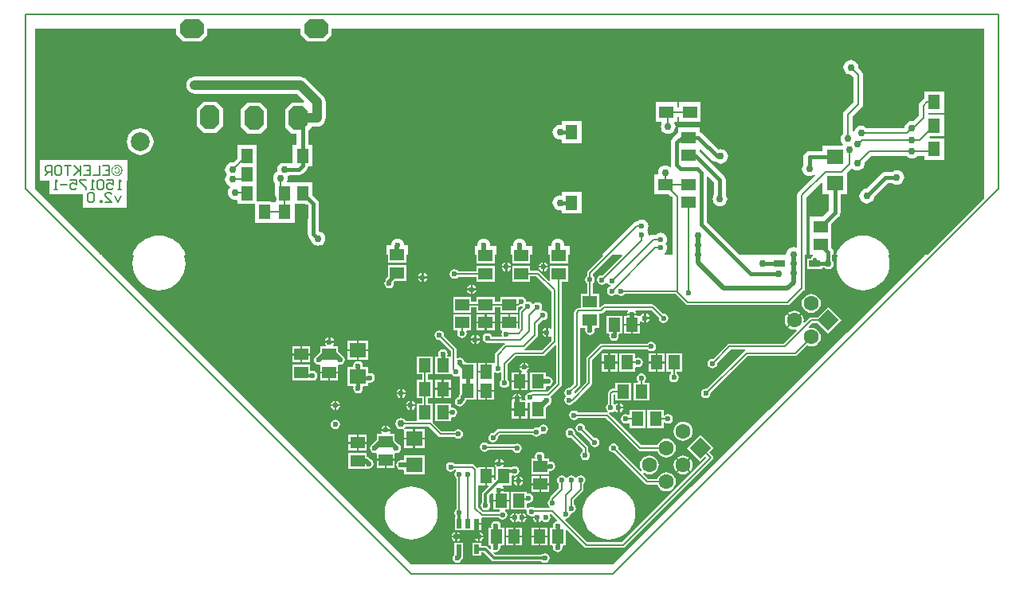
<source format=gbl>
%FSLAX44Y44*%
%MOMM*%
G71*
G01*
G75*
G04 Layer_Physical_Order=2*
G04 Layer_Color=16711680*
%ADD10R,1.3000X1.5000*%
%ADD11O,0.6000X1.5000*%
%ADD12R,2.8000X2.1000*%
%ADD13R,2.0000X0.6100*%
G04:AMPARAMS|DCode=14|XSize=1.145mm|YSize=0.55mm|CornerRadius=0.1375mm|HoleSize=0mm|Usage=FLASHONLY|Rotation=270.000|XOffset=0mm|YOffset=0mm|HoleType=Round|Shape=RoundedRectangle|*
%AMROUNDEDRECTD14*
21,1,1.1450,0.2750,0,0,270.0*
21,1,0.8700,0.5500,0,0,270.0*
1,1,0.2750,-0.1375,-0.4350*
1,1,0.2750,-0.1375,0.4350*
1,1,0.2750,0.1375,0.4350*
1,1,0.2750,0.1375,-0.4350*
%
%ADD14ROUNDEDRECTD14*%
G04:AMPARAMS|DCode=15|XSize=1.145mm|YSize=0.55mm|CornerRadius=0.1375mm|HoleSize=0mm|Usage=FLASHONLY|Rotation=0.000|XOffset=0mm|YOffset=0mm|HoleType=Round|Shape=RoundedRectangle|*
%AMROUNDEDRECTD15*
21,1,1.1450,0.2750,0,0,0.0*
21,1,0.8700,0.5500,0,0,0.0*
1,1,0.2750,0.4350,-0.1375*
1,1,0.2750,-0.4350,-0.1375*
1,1,0.2750,-0.4350,0.1375*
1,1,0.2750,0.4350,0.1375*
%
%ADD15ROUNDEDRECTD15*%
G04:AMPARAMS|DCode=16|XSize=0.3mm|YSize=0.75mm|CornerRadius=0.075mm|HoleSize=0mm|Usage=FLASHONLY|Rotation=90.000|XOffset=0mm|YOffset=0mm|HoleType=Round|Shape=RoundedRectangle|*
%AMROUNDEDRECTD16*
21,1,0.3000,0.6000,0,0,90.0*
21,1,0.1500,0.7500,0,0,90.0*
1,1,0.1500,0.3000,0.0750*
1,1,0.1500,0.3000,-0.0750*
1,1,0.1500,-0.3000,-0.0750*
1,1,0.1500,-0.3000,0.0750*
%
%ADD16ROUNDEDRECTD16*%
G04:AMPARAMS|DCode=17|XSize=0.3mm|YSize=0.75mm|CornerRadius=0.075mm|HoleSize=0mm|Usage=FLASHONLY|Rotation=0.000|XOffset=0mm|YOffset=0mm|HoleType=Round|Shape=RoundedRectangle|*
%AMROUNDEDRECTD17*
21,1,0.3000,0.6000,0,0,0.0*
21,1,0.1500,0.7500,0,0,0.0*
1,1,0.1500,0.0750,-0.3000*
1,1,0.1500,-0.0750,-0.3000*
1,1,0.1500,-0.0750,0.3000*
1,1,0.1500,0.0750,0.3000*
%
%ADD17ROUNDEDRECTD17*%
%ADD18R,0.6000X1.0500*%
%ADD19R,1.4000X0.2800*%
%ADD20O,0.4000X2.1500*%
%ADD21O,0.4000X2.1500*%
%ADD22R,3.2000X1.8000*%
%ADD23R,1.8000X1.6000*%
%ADD24R,1.5000X1.3000*%
%ADD25R,7.0000X4.0000*%
%ADD26R,2.8000X3.8000*%
%ADD27R,1.2000X0.7000*%
%ADD28R,2.6000X2.4000*%
%ADD29R,2.2000X2.0000*%
%ADD30R,1.6000X1.8000*%
%ADD31R,4.2400X3.8100*%
%ADD32R,4.2400X3.0000*%
%ADD33O,2.0000X0.4600*%
%ADD34R,6.4000X10.0000*%
%ADD35R,3.4000X3.1000*%
%ADD36R,1.5000X1.5000*%
%ADD37C,0.4000*%
%ADD38C,0.2000*%
%ADD39C,0.5080*%
%ADD40C,0.3000*%
%ADD41C,0.5000*%
%ADD42C,0.3810*%
%ADD43C,1.0000*%
%ADD44C,0.2794*%
%ADD45C,0.3556*%
%ADD46C,2.0000*%
%ADD47C,0.4572*%
%ADD48C,1.5000*%
%ADD49C,0.1778*%
%ADD50P,2.2627X4X270.0*%
%ADD51C,1.6000*%
%ADD52C,1.0000*%
G04:AMPARAMS|DCode=53|XSize=2.5mm|YSize=2mm|CornerRadius=0mm|HoleSize=0mm|Usage=FLASHONLY|Rotation=0.000|XOffset=0mm|YOffset=0mm|HoleType=Round|Shape=Octagon|*
%AMOCTAGOND53*
4,1,8,1.2500,-0.5000,1.2500,0.5000,0.7500,1.0000,-0.7500,1.0000,-1.2500,0.5000,-1.2500,-0.5000,-0.7500,-1.0000,0.7500,-1.0000,1.2500,-0.5000,0.0*
%
%ADD53OCTAGOND53*%

G04:AMPARAMS|DCode=54|XSize=2.5mm|YSize=2mm|CornerRadius=0mm|HoleSize=0mm|Usage=FLASHONLY|Rotation=270.000|XOffset=0mm|YOffset=0mm|HoleType=Round|Shape=Octagon|*
%AMOCTAGOND54*
4,1,8,-0.5000,-1.2500,0.5000,-1.2500,1.0000,-0.7500,1.0000,0.7500,0.5000,1.2500,-0.5000,1.2500,-1.0000,0.7500,-1.0000,-0.7500,-0.5000,-1.2500,0.0*
%
%ADD54OCTAGOND54*%

%ADD55C,2.0000*%
%ADD56R,2.0000X2.0000*%
%ADD57C,0.6000*%
%ADD58C,0.7500*%
%ADD59R,0.5500X1.0000*%
G36*
X1209000Y510000D02*
X1149000Y450000D01*
X1145331D01*
X1145815Y448825D01*
X814000Y120000D01*
X600000D01*
Y120000D01*
X271173Y448827D01*
X271659Y450000D01*
X270000D01*
Y450000D01*
X200000Y520000D01*
Y690000D01*
X350470D01*
Y683250D01*
X357470Y676250D01*
X376470D01*
X383470Y683250D01*
Y690000D01*
X482550D01*
Y683250D01*
X489550Y676250D01*
X508550D01*
X515550Y683250D01*
Y690000D01*
X1209000D01*
Y510000D01*
D02*
G37*
%LPC*%
G36*
X614000Y264000D02*
X604000D01*
Y255000D01*
X614000D01*
Y264000D01*
D02*
G37*
G36*
X572000Y267899D02*
X571049Y267710D01*
X569395Y266605D01*
X568290Y264951D01*
X568101Y264000D01*
X572000D01*
Y267899D01*
D02*
G37*
G36*
X888980Y272027D02*
X886370Y271683D01*
X883937Y270676D01*
X881848Y269073D01*
X880245Y266984D01*
X879238Y264551D01*
X878894Y261941D01*
X879238Y259330D01*
X880245Y256898D01*
X881848Y254809D01*
X883937Y253206D01*
X886370Y252198D01*
X888980Y251855D01*
X891591Y252198D01*
X894023Y253206D01*
X896112Y254809D01*
X897715Y256898D01*
X898723Y259330D01*
X899066Y261941D01*
X898723Y264551D01*
X897715Y266984D01*
X896112Y269073D01*
X894023Y270676D01*
X891591Y271683D01*
X888980Y272027D01*
D02*
G37*
G36*
X542000Y258000D02*
X533500D01*
Y250500D01*
X542000D01*
Y258000D01*
D02*
G37*
G36*
X552500D02*
X544000D01*
Y250500D01*
X552500D01*
Y258000D01*
D02*
G37*
G36*
X574000Y267899D02*
Y264000D01*
X577899D01*
X577710Y264951D01*
X576605Y266605D01*
X574951Y267710D01*
X574000Y267899D01*
D02*
G37*
G36*
X623000Y341500D02*
X606000D01*
Y322500D01*
X611441D01*
Y316500D01*
X606000D01*
Y297500D01*
X611441D01*
Y291500D01*
X606000D01*
Y273059D01*
X593872D01*
X593145Y274146D01*
X591244Y275416D01*
X589000Y275863D01*
X586757Y275416D01*
X584855Y274146D01*
X583584Y272243D01*
X583137Y270000D01*
X583584Y267757D01*
X584855Y265854D01*
X586757Y264584D01*
X589000Y264137D01*
X591018Y264539D01*
X591159Y264423D01*
D01*
X592000Y263733D01*
D01*
Y255000D01*
X602000D01*
Y264000D01*
X592558D01*
X592215Y265129D01*
D01*
X592189Y265215D01*
X593145Y265854D01*
X593872Y266941D01*
X618733D01*
X628837Y256837D01*
X629829Y256174D01*
X631000Y255941D01*
X631000Y255941D01*
X646030D01*
X646395Y255395D01*
X648049Y254290D01*
X650000Y253902D01*
X651951Y254290D01*
X653605Y255395D01*
X654710Y257049D01*
X655098Y259000D01*
X654710Y260951D01*
X653605Y262605D01*
X651951Y263710D01*
X650000Y264098D01*
X648049Y263710D01*
X646395Y262605D01*
X646030Y262059D01*
X632267D01*
X623000Y271326D01*
X623000Y272500D01*
X623000D01*
Y291500D01*
X617559D01*
Y297500D01*
X623000D01*
Y316500D01*
X617559D01*
Y322500D01*
X623000D01*
Y341500D01*
D02*
G37*
G36*
X714500Y284000D02*
X707000D01*
Y275500D01*
X714500D01*
Y284000D01*
D02*
G37*
G36*
X868000Y284500D02*
X851000D01*
Y265500D01*
X868000D01*
Y271296D01*
X869215Y271665D01*
X869395Y271395D01*
X871049Y270290D01*
X873000Y269902D01*
X874951Y270290D01*
X876605Y271395D01*
X877710Y273049D01*
X878098Y275000D01*
X877710Y276951D01*
X876605Y278605D01*
X874951Y279710D01*
X873000Y280098D01*
X871049Y279710D01*
X869395Y278605D01*
X869215Y278336D01*
X868000Y278704D01*
Y284500D01*
D02*
G37*
G36*
X519430Y274338D02*
X517479Y273950D01*
X515825Y272845D01*
X514720Y271191D01*
X514332Y269240D01*
X514720Y267289D01*
X515825Y265635D01*
X517479Y264530D01*
X519430Y264142D01*
X521381Y264530D01*
X523035Y265635D01*
X524140Y267289D01*
X524528Y269240D01*
X524140Y271191D01*
X523035Y272845D01*
X521381Y273950D01*
X519430Y274338D01*
D02*
G37*
G36*
X740410Y269258D02*
X738459Y268870D01*
X736805Y267765D01*
X735700Y266111D01*
X735680Y266012D01*
X734951Y265710D01*
X733000Y266098D01*
X731049Y265710D01*
X729395Y264605D01*
X729030Y264059D01*
X693000D01*
X693000Y264059D01*
X691830Y263826D01*
X690837Y263163D01*
X687644Y259970D01*
X687000Y260098D01*
X685049Y259710D01*
X683395Y258605D01*
X682290Y256951D01*
X681902Y255000D01*
X682290Y253049D01*
X683395Y251395D01*
X685049Y250290D01*
X687000Y249902D01*
X688951Y250290D01*
X690605Y251395D01*
X691710Y253049D01*
X692098Y255000D01*
X691970Y255644D01*
X694267Y257941D01*
X729030D01*
X729395Y257395D01*
X731049Y256290D01*
X733000Y255902D01*
X734951Y256290D01*
X736605Y257395D01*
X737710Y259049D01*
X737730Y259148D01*
X738459Y259450D01*
X740410Y259062D01*
X742361Y259450D01*
X744015Y260555D01*
X745120Y262209D01*
X745508Y264160D01*
X745120Y266111D01*
X744015Y267765D01*
X742361Y268870D01*
X740410Y269258D01*
D02*
G37*
G36*
X779780Y270318D02*
X777829Y269930D01*
X776175Y268825D01*
X775070Y267171D01*
X774682Y265220D01*
X775070Y263269D01*
X776175Y261615D01*
X777829Y260510D01*
X779780Y260122D01*
X780424Y260250D01*
X790030Y250644D01*
X789902Y250000D01*
X790290Y248049D01*
X791395Y246395D01*
X793049Y245290D01*
X795000Y244902D01*
X796951Y245290D01*
X798605Y246395D01*
X799710Y248049D01*
X800098Y250000D01*
X799710Y251951D01*
X798605Y253605D01*
X796951Y254710D01*
X795000Y255098D01*
X794356Y254970D01*
X784750Y264576D01*
X784878Y265220D01*
X784490Y267171D01*
X783385Y268825D01*
X781731Y269930D01*
X779780Y270318D01*
D02*
G37*
G36*
X614000Y236000D02*
X592000D01*
Y231921D01*
X591552Y231250D01*
X591018Y230812D01*
X589280Y231158D01*
X587329Y230770D01*
X585675Y229665D01*
X584570Y228011D01*
X584182Y226060D01*
X584570Y224109D01*
X585675Y222455D01*
X587329Y221350D01*
X589280Y220962D01*
X591018Y221308D01*
X591552Y220870D01*
X592000Y220199D01*
Y216000D01*
X614000D01*
Y236000D01*
D02*
G37*
G36*
X769000Y265098D02*
X767049Y264710D01*
X765395Y263605D01*
X764290Y261951D01*
X763902Y260000D01*
X764290Y258049D01*
X765395Y256395D01*
X767049Y255290D01*
X769000Y254902D01*
X769644Y255030D01*
X781941Y242733D01*
Y240283D01*
X781255Y239825D01*
X780150Y238171D01*
X779762Y236220D01*
X780150Y234269D01*
X781255Y232615D01*
X782909Y231510D01*
X784860Y231122D01*
X786811Y231510D01*
X788465Y232615D01*
X789570Y234269D01*
X789958Y236220D01*
X789570Y238171D01*
X788465Y239825D01*
X788059Y240096D01*
Y244000D01*
X788059Y244000D01*
X787826Y245170D01*
X787163Y246163D01*
X773970Y259356D01*
X774098Y260000D01*
X773710Y261951D01*
X772605Y263605D01*
X770951Y264710D01*
X769000Y265098D01*
D02*
G37*
G36*
X694420Y232229D02*
Y228330D01*
X698319D01*
X698130Y229281D01*
X697025Y230935D01*
X695371Y232040D01*
X694420Y232229D01*
D02*
G37*
G36*
X888980Y236106D02*
X886370Y235762D01*
X883937Y234755D01*
X882648Y233766D01*
X888980Y227434D01*
X895312Y233766D01*
X894023Y234755D01*
X891591Y235762D01*
X888980Y236106D01*
D02*
G37*
G36*
X692420Y232229D02*
X691469Y232040D01*
X689815Y230935D01*
X688710Y229281D01*
X688521Y228330D01*
X692420D01*
Y232229D01*
D02*
G37*
G36*
X577899Y262000D02*
X568101D01*
X568290Y261049D01*
X568911Y260120D01*
X568312Y259000D01*
X563500D01*
Y252489D01*
X559604Y248593D01*
X559389Y248550D01*
X557735Y247445D01*
X556630Y245791D01*
X556242Y243840D01*
X556630Y241889D01*
X557735Y240235D01*
X559389Y239130D01*
X561340Y238742D01*
X562518Y238976D01*
X563500Y238171D01*
Y232500D01*
X582500D01*
Y238079D01*
X583482Y238885D01*
X584200Y238742D01*
X586151Y239130D01*
X587805Y240235D01*
X588910Y241889D01*
X589298Y243840D01*
X588910Y245791D01*
X587805Y247445D01*
X586151Y248550D01*
X585936Y248593D01*
X582500Y252029D01*
Y259000D01*
X577688D01*
X577089Y260120D01*
X577710Y261049D01*
X577899Y262000D01*
D02*
G37*
G36*
X602000Y253000D02*
X592000D01*
Y244000D01*
X602000D01*
Y253000D01*
D02*
G37*
G36*
X614000D02*
X604000D01*
Y244000D01*
X614000D01*
Y253000D01*
D02*
G37*
G36*
X552500Y248500D02*
X544000D01*
Y241000D01*
X552500D01*
Y248500D01*
D02*
G37*
G36*
X678000Y250098D02*
X676049Y249710D01*
X674395Y248605D01*
X673290Y246951D01*
X672902Y245000D01*
X673290Y243049D01*
X674395Y241395D01*
X676049Y240290D01*
X678000Y239902D01*
X679951Y240290D01*
X681605Y241395D01*
X681970Y241941D01*
X707750D01*
X707760Y241889D01*
X708865Y240235D01*
X710519Y239130D01*
X712470Y238742D01*
X714421Y239130D01*
X716075Y240235D01*
X717180Y241889D01*
X717568Y243840D01*
X717180Y245791D01*
X716075Y247445D01*
X714421Y248550D01*
X712470Y248938D01*
X710519Y248550D01*
X709784Y248059D01*
X681970D01*
X681605Y248605D01*
X679951Y249710D01*
X678000Y250098D01*
D02*
G37*
G36*
X542000Y248500D02*
X533500D01*
Y241000D01*
X542000D01*
Y248500D01*
D02*
G37*
G36*
X724000Y284000D02*
X716500D01*
Y275500D01*
X724000D01*
Y284000D01*
D02*
G37*
G36*
X688000Y304000D02*
X680500D01*
Y295500D01*
X688000D01*
Y304000D01*
D02*
G37*
G36*
X588280Y301260D02*
X584381D01*
X584570Y300309D01*
X585675Y298655D01*
X587329Y297550D01*
X588280Y297361D01*
Y301260D01*
D02*
G37*
G36*
X678500Y304000D02*
X671000D01*
Y295500D01*
X678500D01*
Y304000D01*
D02*
G37*
G36*
X834000Y313500D02*
X817000D01*
Y307059D01*
X814000D01*
X812830Y306826D01*
X811837Y306163D01*
X809837Y304163D01*
X809174Y303171D01*
X808941Y302000D01*
X808941Y302000D01*
Y290970D01*
X808395Y290605D01*
X807290Y288951D01*
X806902Y287000D01*
X807290Y285049D01*
X808395Y283395D01*
X808704Y283189D01*
X808218Y282015D01*
X808000Y282059D01*
X808000Y282059D01*
X776970D01*
X776605Y282605D01*
X774951Y283710D01*
X773000Y284098D01*
X771049Y283710D01*
X769395Y282605D01*
X768290Y280951D01*
X767902Y279000D01*
X768290Y277049D01*
X769395Y275395D01*
X771049Y274290D01*
X773000Y273902D01*
X774951Y274290D01*
X776605Y275395D01*
X776970Y275941D01*
X806733D01*
X809837Y272837D01*
X809837Y272837D01*
X840857Y241817D01*
X840857Y241817D01*
X841849Y241154D01*
X843020Y240921D01*
X861463D01*
X862285Y238937D01*
X863888Y236848D01*
X865977Y235245D01*
X868409Y234238D01*
X871020Y233894D01*
X873630Y234238D01*
X876063Y235245D01*
X878152Y236848D01*
X879755Y238937D01*
X880762Y241370D01*
X881106Y243980D01*
X880762Y246591D01*
X879755Y249023D01*
X878152Y251112D01*
X876063Y252715D01*
X873630Y253723D01*
X871020Y254067D01*
X868409Y253723D01*
X865977Y252715D01*
X863888Y251112D01*
X862285Y249023D01*
X861463Y247039D01*
X844287D01*
X814163Y277163D01*
X814163Y277163D01*
X810331Y280995D01*
X810929Y282115D01*
X812000Y281902D01*
X813951Y282290D01*
X815605Y283395D01*
X815618Y283415D01*
X816815D01*
X818469Y282310D01*
X819420Y282121D01*
Y287020D01*
Y291919D01*
X818469Y291730D01*
X816815Y290625D01*
X816802Y290605D01*
X815957D01*
X815059Y291503D01*
Y300733D01*
X815267Y300941D01*
X817000D01*
Y294500D01*
X834000D01*
Y313500D01*
D02*
G37*
G36*
X844500Y323598D02*
X842549Y323210D01*
X840895Y322105D01*
X839790Y320451D01*
X839402Y318500D01*
X839790Y316549D01*
X840895Y314895D01*
X841164Y314715D01*
X840796Y313500D01*
X836000D01*
Y294500D01*
X853000D01*
Y313500D01*
X848204D01*
X847836Y314715D01*
X848105Y314895D01*
X849210Y316549D01*
X849598Y318500D01*
X849210Y320451D01*
X848105Y322105D01*
X846451Y323210D01*
X844500Y323598D01*
D02*
G37*
G36*
X594179Y301260D02*
X590280D01*
Y297361D01*
X591231Y297550D01*
X592885Y298655D01*
X593990Y300309D01*
X594179Y301260D01*
D02*
G37*
G36*
X713470Y302079D02*
Y298180D01*
X717369D01*
X717180Y299131D01*
X716075Y300785D01*
X714421Y301890D01*
X713470Y302079D01*
D02*
G37*
G36*
X588280Y307159D02*
X587329Y306970D01*
X585675Y305865D01*
X584570Y304211D01*
X584381Y303260D01*
X588280D01*
Y307159D01*
D02*
G37*
G36*
X711470Y302079D02*
X710519Y301890D01*
X708865Y300785D01*
X707760Y299131D01*
X707571Y298180D01*
X711470D01*
Y302079D01*
D02*
G37*
G36*
X632500Y306000D02*
X625000D01*
Y297500D01*
X632500D01*
Y306000D01*
D02*
G37*
G36*
X642000D02*
X634500D01*
Y297500D01*
X642000D01*
Y306000D01*
D02*
G37*
G36*
X600440Y294459D02*
Y290560D01*
X604339D01*
X604150Y291511D01*
X603045Y293165D01*
X601391Y294270D01*
X600440Y294459D01*
D02*
G37*
G36*
X518430Y288560D02*
X514531D01*
X514720Y287609D01*
X515825Y285955D01*
X517479Y284850D01*
X518430Y284661D01*
Y288560D01*
D02*
G37*
G36*
X524329D02*
X520430D01*
Y284661D01*
X521381Y284850D01*
X523035Y285955D01*
X524140Y287609D01*
X524329Y288560D01*
D02*
G37*
G36*
X825319Y286020D02*
X821420D01*
Y282121D01*
X822371Y282310D01*
X824025Y283415D01*
X825130Y285069D01*
X825319Y286020D01*
D02*
G37*
G36*
X642000Y291500D02*
X625000D01*
Y272500D01*
X642000D01*
Y276217D01*
X642982Y277023D01*
X643890Y276842D01*
X645841Y277230D01*
X647495Y278335D01*
X648600Y279989D01*
X648988Y281940D01*
X648600Y283891D01*
X647495Y285545D01*
X645841Y286650D01*
X643890Y287038D01*
X642982Y286857D01*
X642000Y287663D01*
Y291500D01*
D02*
G37*
G36*
X849000Y284500D02*
X832000D01*
Y279688D01*
X830880Y279089D01*
X829951Y279710D01*
X828000Y280098D01*
X826049Y279710D01*
X824395Y278605D01*
X823290Y276951D01*
X822902Y275000D01*
X823290Y273049D01*
X824395Y271395D01*
X826049Y270290D01*
X828000Y269902D01*
X829951Y270290D01*
X830880Y270911D01*
X832000Y270312D01*
Y265500D01*
X849000D01*
Y284500D01*
D02*
G37*
G36*
X598440Y288560D02*
X594541D01*
X594730Y287609D01*
X595835Y285955D01*
X597489Y284850D01*
X598440Y284661D01*
Y288560D01*
D02*
G37*
G36*
X520430Y294459D02*
Y290560D01*
X524329D01*
X524140Y291511D01*
X523035Y293165D01*
X521381Y294270D01*
X520430Y294459D01*
D02*
G37*
G36*
X598440D02*
X597489Y294270D01*
X595835Y293165D01*
X594730Y291511D01*
X594541Y290560D01*
X598440D01*
Y294459D01*
D02*
G37*
G36*
X518430D02*
X517479Y294270D01*
X515825Y293165D01*
X514720Y291511D01*
X514531Y290560D01*
X518430D01*
Y294459D01*
D02*
G37*
G36*
X604339Y288560D02*
X600440D01*
Y284661D01*
X601391Y284850D01*
X603045Y285955D01*
X604150Y287609D01*
X604339Y288560D01*
D02*
G37*
G36*
X821420Y291919D02*
Y288020D01*
X825319D01*
X825130Y288971D01*
X824025Y290625D01*
X822371Y291730D01*
X821420Y291919D01*
D02*
G37*
G36*
X672830Y154759D02*
Y150860D01*
X676729D01*
X676540Y151811D01*
X675435Y153465D01*
X673781Y154570D01*
X672830Y154759D01*
D02*
G37*
G36*
X708500Y159500D02*
X701000D01*
Y151000D01*
X708500D01*
Y159500D01*
D02*
G37*
G36*
X670830Y154759D02*
X669879Y154570D01*
X668225Y153465D01*
X667120Y151811D01*
X666931Y150860D01*
X670830D01*
Y154759D01*
D02*
G37*
G36*
X646700D02*
X645749Y154570D01*
X644095Y153465D01*
X642990Y151811D01*
X642801Y150860D01*
X646700D01*
Y154759D01*
D02*
G37*
G36*
X648700D02*
Y150860D01*
X652599D01*
X652410Y151811D01*
X651305Y153465D01*
X649651Y154570D01*
X648700Y154759D01*
D02*
G37*
G36*
X718000Y159500D02*
X710500D01*
Y151000D01*
X718000D01*
Y159500D01*
D02*
G37*
G36*
X708930Y169180D02*
X705031D01*
X705220Y168229D01*
X706325Y166575D01*
X707979Y165470D01*
X708930Y165281D01*
Y169180D01*
D02*
G37*
G36*
X722449D02*
X718550D01*
Y165281D01*
X719501Y165470D01*
X721155Y166575D01*
X722260Y168229D01*
X722449Y169180D01*
D02*
G37*
G36*
X674250Y162500D02*
X670500D01*
Y156500D01*
X674250D01*
Y162500D01*
D02*
G37*
G36*
X735500Y159500D02*
X728000D01*
Y151000D01*
X735500D01*
Y159500D01*
D02*
G37*
G36*
X745000D02*
X737500D01*
Y151000D01*
X745000D01*
Y159500D01*
D02*
G37*
G36*
X810000Y203087D02*
X805606Y202741D01*
X801321Y201712D01*
X797249Y200025D01*
X793491Y197722D01*
X790140Y194860D01*
X787278Y191509D01*
X784975Y187751D01*
X783288Y183679D01*
X782259Y179394D01*
X781913Y175000D01*
X782259Y170606D01*
X783288Y166321D01*
X784975Y162249D01*
X787278Y158491D01*
X790140Y155140D01*
X793491Y152277D01*
X797249Y149975D01*
X801321Y148288D01*
X805606Y147259D01*
X810000Y146913D01*
X814394Y147259D01*
X818679Y148288D01*
X822751Y149975D01*
X826509Y152277D01*
X829860Y155140D01*
X832722Y158491D01*
X835025Y162249D01*
X836712Y166321D01*
X837741Y170606D01*
X838087Y175000D01*
X837741Y179394D01*
X836712Y183679D01*
X835025Y187751D01*
X832722Y191509D01*
X829860Y194860D01*
X826509Y197722D01*
X822751Y200025D01*
X818679Y201712D01*
X814394Y202741D01*
X810000Y203087D01*
D02*
G37*
G36*
X718000Y149000D02*
X710500D01*
Y140500D01*
X718000D01*
Y149000D01*
D02*
G37*
G36*
X735500D02*
X728000D01*
Y140500D01*
X735500D01*
Y149000D01*
D02*
G37*
G36*
X708500D02*
X701000D01*
Y140500D01*
X708500D01*
Y149000D01*
D02*
G37*
G36*
X647790Y143941D02*
X647610D01*
X647566Y143500D01*
X645750D01*
Y130862D01*
X645365Y130605D01*
X644260Y128951D01*
X643872Y127000D01*
X644260Y125049D01*
X645365Y123395D01*
X647019Y122290D01*
X648970Y121902D01*
X650921Y122290D01*
X652575Y123395D01*
X653680Y125049D01*
X653708Y125192D01*
X653773Y125257D01*
X654777Y126759D01*
X655129Y128530D01*
X655129Y128530D01*
Y129500D01*
X655250D01*
Y143500D01*
X647834D01*
X647790Y143941D01*
D02*
G37*
G36*
X690025Y166388D02*
X688074Y166000D01*
X686420Y164895D01*
X685315Y163241D01*
X684927Y161290D01*
X685088Y160482D01*
X684282Y159500D01*
X682000D01*
Y140500D01*
X683923D01*
X684728Y139518D01*
X684512Y138430D01*
X684804Y136961D01*
X683684Y136363D01*
X681023Y139023D01*
X679866Y139797D01*
X678500Y140069D01*
X674250D01*
Y143500D01*
X671964D01*
X671920Y143941D01*
X671740D01*
X671696Y143500D01*
X664750D01*
Y129500D01*
X674250D01*
Y132931D01*
X677022D01*
X685477Y124477D01*
X686634Y123703D01*
X688000Y123431D01*
X738371D01*
X738395Y123395D01*
X740049Y122290D01*
X742000Y121902D01*
X743951Y122290D01*
X745605Y123395D01*
X746710Y125049D01*
X747098Y127000D01*
X746710Y128951D01*
X745605Y130605D01*
X743951Y131710D01*
X742000Y132098D01*
X740049Y131710D01*
X738395Y130605D01*
X738371Y130569D01*
X689478D01*
X687543Y132504D01*
X688141Y133624D01*
X689610Y133332D01*
X691561Y133720D01*
X693215Y134825D01*
X694320Y136479D01*
X694708Y138430D01*
X694492Y139518D01*
X695297Y140500D01*
X699000D01*
Y159500D01*
X695768D01*
X694962Y160482D01*
X695123Y161290D01*
X694735Y163241D01*
X693630Y164895D01*
X691976Y166000D01*
X690025Y166388D01*
D02*
G37*
G36*
X745000Y149000D02*
X737500D01*
Y140500D01*
X745000D01*
Y149000D01*
D02*
G37*
G36*
X670830Y148860D02*
X666931D01*
X667120Y147909D01*
X668225Y146255D01*
X669879Y145150D01*
X670830Y144961D01*
Y148860D01*
D02*
G37*
G36*
X600000Y203087D02*
X595606Y202741D01*
X591321Y201712D01*
X587249Y200025D01*
X583491Y197722D01*
X580140Y194860D01*
X577277Y191509D01*
X574975Y187751D01*
X573288Y183679D01*
X572259Y179394D01*
X571913Y175000D01*
X572259Y170606D01*
X573288Y166321D01*
X574975Y162249D01*
X577277Y158491D01*
X580140Y155140D01*
X583491Y152277D01*
X587249Y149975D01*
X591321Y148288D01*
X595606Y147259D01*
X600000Y146913D01*
X604394Y147259D01*
X608679Y148288D01*
X612751Y149975D01*
X616509Y152277D01*
X619860Y155140D01*
X622723Y158491D01*
X625025Y162249D01*
X626712Y166321D01*
X627741Y170606D01*
X628087Y175000D01*
X627741Y179394D01*
X626712Y183679D01*
X625025Y187751D01*
X622723Y191509D01*
X619860Y194860D01*
X616509Y197722D01*
X612751Y200025D01*
X608679Y201712D01*
X604394Y202741D01*
X600000Y203087D01*
D02*
G37*
G36*
X652599Y148860D02*
X648700D01*
Y144961D01*
X649651Y145150D01*
X651305Y146255D01*
X652410Y147909D01*
X652599Y148860D01*
D02*
G37*
G36*
X676729D02*
X672830D01*
Y144961D01*
X673781Y145150D01*
X675435Y146255D01*
X676540Y147909D01*
X676729Y148860D01*
D02*
G37*
G36*
X646700D02*
X642801D01*
X642990Y147909D01*
X644095Y146255D01*
X645749Y145150D01*
X646700Y144961D01*
Y148860D01*
D02*
G37*
G36*
X733060Y169180D02*
X729161D01*
X729350Y168229D01*
X730455Y166575D01*
X732109Y165470D01*
X733060Y165281D01*
Y169180D01*
D02*
G37*
G36*
X688000Y223500D02*
X680500D01*
Y215000D01*
X688000D01*
Y223500D01*
D02*
G37*
G36*
X888980Y224606D02*
X882648Y218274D01*
X883937Y217285D01*
X886370Y216277D01*
X888980Y215933D01*
X891591Y216277D01*
X894023Y217285D01*
X895312Y218274D01*
X888980Y224606D01*
D02*
G37*
G36*
X698319Y226330D02*
X688521D01*
X688710Y225379D01*
X689815Y223725D01*
X690026Y223585D01*
X690000Y223500D01*
X690000D01*
X690000Y223500D01*
Y210547D01*
X689173Y209720D01*
X688000Y210206D01*
Y213000D01*
X680500D01*
Y204500D01*
X682294D01*
X682780Y203327D01*
X676477Y197023D01*
X675703Y195866D01*
X675431Y194500D01*
Y186629D01*
X675395Y186605D01*
X674290Y184951D01*
X673902Y183000D01*
X674290Y181049D01*
X675395Y179395D01*
X677049Y178290D01*
X679000Y177902D01*
X680951Y178290D01*
X682605Y179395D01*
X683710Y181049D01*
X684098Y183000D01*
X683710Y184951D01*
X682605Y186605D01*
X682569Y186629D01*
Y193022D01*
X685677Y196130D01*
X686850Y195644D01*
Y188960D01*
X703850D01*
Y197460D01*
X699135D01*
X698372Y198390D01*
X693420D01*
Y200390D01*
X698319D01*
X698130Y201341D01*
X697025Y202995D01*
X696591Y203285D01*
X696960Y204500D01*
X707000D01*
Y214194D01*
X707979Y215000D01*
D01*
X707979Y215000D01*
X709930Y214612D01*
X711881Y215000D01*
X713535Y216105D01*
X714640Y217759D01*
X715028Y219710D01*
X714640Y221661D01*
X713535Y223315D01*
X711881Y224420D01*
X709930Y224808D01*
X707979Y224420D01*
X706602Y223500D01*
X698221D01*
X697623Y224620D01*
X698130Y225379D01*
X698319Y226330D01*
D02*
G37*
G36*
X713000Y213899D02*
X712049Y213710D01*
X710395Y212605D01*
X709290Y210951D01*
X709101Y210000D01*
X713000D01*
Y213899D01*
D02*
G37*
G36*
X715000D02*
Y210000D01*
X718899D01*
X718710Y210951D01*
X717605Y212605D01*
X715951Y213710D01*
X715000Y213899D01*
D02*
G37*
G36*
X881234Y232352D02*
X880245Y231063D01*
X879238Y228630D01*
X878894Y226020D01*
X879238Y223409D01*
X880245Y220977D01*
X881234Y219688D01*
X887566Y226020D01*
X881234Y232352D01*
D02*
G37*
G36*
X572000Y230500D02*
X563500D01*
Y223000D01*
X572000D01*
Y230500D01*
D02*
G37*
G36*
X582500D02*
X574000D01*
Y223000D01*
X582500D01*
Y230500D01*
D02*
G37*
G36*
X552500Y239000D02*
X533500D01*
Y222000D01*
X552500D01*
Y222000D01*
X553039Y222620D01*
D01*
X553039Y222620D01*
X554990Y222232D01*
X556941Y222620D01*
X558595Y223725D01*
X559700Y225379D01*
X560088Y227330D01*
X559700Y229281D01*
X558595Y230935D01*
X556941Y232040D01*
X556726Y232083D01*
X555064Y233744D01*
X553576Y234739D01*
X552500Y234953D01*
Y239000D01*
D02*
G37*
G36*
X896726Y232352D02*
X890395Y226020D01*
X896726Y219688D01*
X897715Y220977D01*
X898723Y223409D01*
X899066Y226020D01*
X898723Y228630D01*
X897715Y231063D01*
X896726Y232352D01*
D02*
G37*
G36*
X736600Y240048D02*
X734649Y239660D01*
X732995Y238555D01*
X731890Y236901D01*
X731502Y234950D01*
X731695Y233982D01*
X730889Y233000D01*
X727500D01*
Y216000D01*
X746500D01*
Y218995D01*
X747482Y219801D01*
X748030Y219692D01*
X749981Y220080D01*
X751635Y221185D01*
X752740Y222839D01*
X753128Y224790D01*
X752740Y226741D01*
X751635Y228395D01*
X749981Y229500D01*
X748030Y229888D01*
X747482Y229779D01*
X746500Y230585D01*
Y233000D01*
X742311D01*
X741505Y233982D01*
X741698Y234950D01*
X741310Y236901D01*
X740205Y238555D01*
X738551Y239660D01*
X736600Y240048D01*
D02*
G37*
G36*
X746500Y214000D02*
X738000D01*
Y206500D01*
X746500D01*
Y214000D01*
D02*
G37*
G36*
X716550Y175079D02*
X715599Y174890D01*
X713945Y173785D01*
X713535D01*
X711881Y174890D01*
X710930Y175079D01*
Y170180D01*
Y165281D01*
X711881Y165470D01*
X713535Y166575D01*
X713945D01*
X715599Y165470D01*
X716550Y165281D01*
Y170180D01*
Y175079D01*
D02*
G37*
G36*
X906941Y258122D02*
X892799Y243980D01*
X906941Y229838D01*
X911866Y234763D01*
X913039Y234277D01*
Y233365D01*
X823733Y144059D01*
X787367D01*
X763721Y167705D01*
X764090Y168920D01*
X765951Y169290D01*
X767605Y170395D01*
X768710Y172049D01*
X769098Y174000D01*
X769097Y174005D01*
X769995Y174903D01*
X770000Y174902D01*
X771951Y175290D01*
X773605Y176395D01*
X774710Y178049D01*
X775098Y180000D01*
X774710Y181951D01*
X773605Y183605D01*
X773059Y183970D01*
Y188733D01*
X782163Y197837D01*
X782826Y198829D01*
X783059Y200000D01*
X783059Y200000D01*
Y206030D01*
X783605Y206395D01*
X784710Y208049D01*
X785098Y210000D01*
X784710Y211951D01*
X783605Y213605D01*
X781951Y214710D01*
X780000Y215098D01*
X778049Y214710D01*
X776395Y213605D01*
X775635Y212467D01*
X774365D01*
X773605Y213605D01*
X771951Y214710D01*
X770000Y215098D01*
X768049Y214710D01*
X766395Y213605D01*
X765635Y212467D01*
X764365D01*
X763605Y213605D01*
X761951Y214710D01*
X760000Y215098D01*
X758049Y214710D01*
X756395Y213605D01*
X755290Y211951D01*
X754902Y210000D01*
X755290Y208049D01*
X756395Y206395D01*
X756941Y206030D01*
Y201267D01*
X747837Y192163D01*
X747174Y191171D01*
X746941Y190000D01*
X746941Y190000D01*
Y189390D01*
X746395Y189025D01*
X745290Y187371D01*
X744902Y185420D01*
X745290Y183469D01*
X746395Y181815D01*
X747205Y181274D01*
X746836Y180059D01*
X731366D01*
X731315Y180135D01*
X729661Y181240D01*
X727710Y181628D01*
X725759Y181240D01*
X724105Y180135D01*
X724065Y180075D01*
X722850Y180444D01*
Y185029D01*
X723832Y185835D01*
X724750Y185652D01*
X726701Y186040D01*
X728355Y187145D01*
X729460Y188799D01*
X729848Y190750D01*
X729460Y192701D01*
X728355Y194355D01*
X726701Y195460D01*
X724750Y195848D01*
X723832Y195665D01*
X722850Y196471D01*
Y197460D01*
X705850D01*
Y178460D01*
X721995D01*
X722801Y177478D01*
X722612Y176530D01*
X723000Y174579D01*
X724105Y172925D01*
X725759Y171820D01*
X727710Y171432D01*
X728152Y171520D01*
X728492Y171180D01*
X734060D01*
Y170180D01*
X735060D01*
Y165281D01*
X736011Y165470D01*
X737665Y166575D01*
X737870Y166882D01*
X739140D01*
X739345Y166575D01*
X740999Y165470D01*
X742950Y165082D01*
X744901Y165470D01*
X746555Y166575D01*
X747660Y168229D01*
X748048Y170180D01*
X747660Y172131D01*
X747199Y172821D01*
X747656Y173676D01*
X748912Y173862D01*
X755312Y167463D01*
X754943Y166247D01*
X753699Y166000D01*
X752045Y164895D01*
X750940Y163241D01*
X750552Y161290D01*
X750713Y160482D01*
X749907Y159500D01*
X747000D01*
Y140500D01*
X749963D01*
X750769Y139518D01*
X750552Y138430D01*
X750940Y136479D01*
X752045Y134825D01*
X753699Y133720D01*
X755650Y133332D01*
X757601Y133720D01*
X759255Y134825D01*
X760360Y136479D01*
X760748Y138430D01*
X760531Y139518D01*
X761337Y140500D01*
X764000D01*
Y157115D01*
X765173Y157601D01*
X783937Y138837D01*
X783937Y138837D01*
X784532Y138440D01*
X784929Y138174D01*
X786100Y137941D01*
X825000D01*
X825000Y137941D01*
X826171Y138174D01*
X827163Y138837D01*
X920163Y231837D01*
X920826Y232829D01*
X921059Y234000D01*
X920826Y235170D01*
X920163Y236163D01*
X920163Y236163D01*
X916714Y239612D01*
X921083Y243980D01*
X906941Y258122D01*
D02*
G37*
G36*
X718550Y175079D02*
Y171180D01*
X722449D01*
X722260Y172131D01*
X721155Y173785D01*
X719501Y174890D01*
X718550Y175079D01*
D02*
G37*
G36*
X642000Y229098D02*
X640049Y228710D01*
X638395Y227605D01*
X637290Y225951D01*
X636902Y224000D01*
X637290Y222049D01*
X638395Y220395D01*
X640049Y219290D01*
X642000Y218902D01*
X643951Y219290D01*
X645605Y220395D01*
X645970Y220941D01*
X647208D01*
X647577Y219726D01*
X647395Y219605D01*
X646290Y217951D01*
X645902Y216000D01*
X646290Y214049D01*
X647395Y212395D01*
X647941Y212030D01*
Y178970D01*
X647395Y178605D01*
X646290Y176951D01*
X645902Y175000D01*
X646290Y173049D01*
X647245Y171620D01*
X646646Y170500D01*
X646250D01*
Y156500D01*
X664750D01*
Y156500D01*
X664750Y156500D01*
Y156500D01*
Y156500D01*
D01*
D01*
X664750Y156500D01*
X668500D01*
Y163500D01*
X669500D01*
Y164500D01*
X674250D01*
Y169326D01*
X675000Y169941D01*
X693030D01*
X693395Y169395D01*
X695049Y168290D01*
X697000Y167902D01*
X698951Y168290D01*
X700605Y169395D01*
X701710Y171049D01*
X702098Y173000D01*
X701710Y174951D01*
X700605Y176605D01*
X699647Y177245D01*
X700016Y178460D01*
X703850D01*
Y186960D01*
X686850D01*
Y178460D01*
X693984D01*
X694353Y177245D01*
X693395Y176605D01*
X693030Y176059D01*
X676267D01*
X671059Y181267D01*
Y204500D01*
X678500D01*
Y214000D01*
Y223500D01*
X671000D01*
Y222188D01*
X670163Y223163D01*
Y223163D01*
X670163Y223163D01*
Y223163D01*
Y223163D01*
D01*
X667163Y226163D01*
X666171Y226826D01*
X665000Y227059D01*
X665000Y227059D01*
X645970D01*
X645605Y227605D01*
X643951Y228710D01*
X642000Y229098D01*
D02*
G37*
G36*
X708930Y175079D02*
X707979Y174890D01*
X706325Y173785D01*
X705220Y172131D01*
X705031Y171180D01*
X708930D01*
Y175079D01*
D02*
G37*
G36*
X736000Y204500D02*
X727500D01*
Y197000D01*
X736000D01*
Y204500D01*
D02*
G37*
G36*
X718899Y208000D02*
X715000D01*
Y204101D01*
X715951Y204290D01*
X717605Y205395D01*
X718710Y207049D01*
X718899Y208000D01*
D02*
G37*
G36*
X736000Y214000D02*
X727500D01*
Y206500D01*
X736000D01*
Y214000D01*
D02*
G37*
G36*
X713000Y208000D02*
X709101D01*
X709290Y207049D01*
X710395Y205395D01*
X712049Y204290D01*
X713000Y204101D01*
Y208000D01*
D02*
G37*
G36*
X746500Y204500D02*
X738000D01*
Y197000D01*
X746500D01*
Y204500D01*
D02*
G37*
G36*
X815000Y249098D02*
X813049Y248710D01*
X811395Y247605D01*
X810290Y245951D01*
X809902Y244000D01*
X810290Y242049D01*
X811395Y240395D01*
X813049Y239290D01*
X815000Y238902D01*
X815644Y239030D01*
X848778Y205896D01*
X848778Y205896D01*
X849373Y205499D01*
X849770Y205233D01*
X850941Y205000D01*
X861463D01*
X862285Y203016D01*
X863888Y200927D01*
X865977Y199324D01*
X868409Y198317D01*
X871020Y197973D01*
X873630Y198317D01*
X876063Y199324D01*
X878152Y200927D01*
X879755Y203016D01*
X880762Y205449D01*
X881106Y208059D01*
X880762Y210670D01*
X879755Y213102D01*
X878152Y215191D01*
X876063Y216794D01*
X873630Y217802D01*
X871020Y218146D01*
X868409Y217802D01*
X865977Y216794D01*
X863888Y215191D01*
X862285Y213102D01*
X861463Y211118D01*
X852208D01*
X846393Y216933D01*
X847230Y217888D01*
X848016Y217285D01*
X850449Y216277D01*
X853059Y215933D01*
X855670Y216277D01*
X858102Y217285D01*
X860191Y218888D01*
X861794Y220977D01*
X862802Y223409D01*
X863145Y226020D01*
X862802Y228630D01*
X861794Y231063D01*
X860191Y233152D01*
X858102Y234755D01*
X855670Y235762D01*
X853059Y236106D01*
X850449Y235762D01*
X848016Y234755D01*
X845927Y233152D01*
X844324Y231063D01*
X843317Y228630D01*
X842973Y226020D01*
X843317Y223409D01*
X844324Y220977D01*
X844928Y220191D01*
X843973Y219353D01*
X819970Y243356D01*
X820098Y244000D01*
X819710Y245951D01*
X818605Y247605D01*
X816951Y248710D01*
X815000Y249098D01*
D02*
G37*
G36*
X590280Y307159D02*
Y303260D01*
X594179D01*
X593990Y304211D01*
X592885Y305865D01*
X591231Y306970D01*
X590280Y307159D01*
D02*
G37*
G36*
X1080000Y470093D02*
X1075293Y469722D01*
X1070701Y468620D01*
X1066338Y466813D01*
X1062312Y464346D01*
X1058721Y461279D01*
X1055655Y457688D01*
X1053187Y453662D01*
X1051670Y450000D01*
X1052692D01*
X1053398Y448944D01*
X1053288Y448679D01*
X1052259Y444394D01*
X1051913Y440000D01*
X1052259Y435606D01*
X1053288Y431321D01*
X1054975Y427249D01*
X1057278Y423491D01*
X1060140Y420140D01*
X1063491Y417277D01*
X1067249Y414975D01*
X1071321Y413288D01*
X1075606Y412259D01*
X1080000Y411913D01*
X1084394Y412259D01*
X1088679Y413288D01*
X1092751Y414975D01*
X1096509Y417277D01*
X1099860Y420140D01*
X1102722Y423491D01*
X1105025Y427249D01*
X1106712Y431321D01*
X1107741Y435606D01*
X1108087Y440000D01*
X1107741Y444394D01*
X1106712Y448679D01*
X1106602Y448944D01*
X1107308Y450000D01*
X1108330D01*
X1106813Y453662D01*
X1104345Y457688D01*
X1101279Y461279D01*
X1097688Y464346D01*
X1093662Y466813D01*
X1089299Y468620D01*
X1084707Y469722D01*
X1080000Y470093D01*
D02*
G37*
G36*
X663210Y417649D02*
X662259Y417460D01*
X660605Y416355D01*
X659500Y414701D01*
X659311Y413750D01*
X663210D01*
Y417649D01*
D02*
G37*
G36*
X332000Y470093D02*
X327293Y469722D01*
X322701Y468620D01*
X318338Y466813D01*
X314312Y464346D01*
X310721Y461279D01*
X307654Y457688D01*
X305187Y453662D01*
X303670Y450000D01*
X304692D01*
X305398Y448944D01*
X305288Y448679D01*
X304259Y444394D01*
X303913Y440000D01*
X304259Y435606D01*
X305288Y431321D01*
X306975Y427249D01*
X309277Y423491D01*
X312140Y420140D01*
X315491Y417277D01*
X319249Y414975D01*
X323321Y413288D01*
X327606Y412259D01*
X332000Y411913D01*
X336394Y412259D01*
X340679Y413288D01*
X344751Y414975D01*
X348509Y417277D01*
X351860Y420140D01*
X354723Y423491D01*
X357025Y427249D01*
X358712Y431321D01*
X359741Y435606D01*
X360087Y440000D01*
X359741Y444394D01*
X358712Y448679D01*
X358602Y448944D01*
X359308Y450000D01*
X360330D01*
X358813Y453662D01*
X356345Y457688D01*
X353279Y461279D01*
X349688Y464346D01*
X345662Y466813D01*
X341299Y468620D01*
X336707Y469722D01*
X332000Y470093D01*
D02*
G37*
G36*
X663210Y411750D02*
X659311D01*
X659500Y410799D01*
X660605Y409145D01*
X662259Y408040D01*
X663210Y407851D01*
Y411750D01*
D02*
G37*
G36*
X669109D02*
X665210D01*
Y407851D01*
X666161Y408040D01*
X667815Y409145D01*
X668920Y410799D01*
X669109Y411750D01*
D02*
G37*
G36*
X665210Y417649D02*
Y413750D01*
X669109D01*
X668920Y414701D01*
X667815Y416355D01*
X666161Y417460D01*
X665210Y417649D01*
D02*
G37*
G36*
X766500Y438000D02*
X747500D01*
Y422485D01*
X746327Y421999D01*
X736663Y431663D01*
X735670Y432326D01*
X734500Y432559D01*
X734500Y432559D01*
X726500D01*
Y438000D01*
X707500D01*
Y421000D01*
X726500D01*
Y426441D01*
X733233D01*
X748941Y410733D01*
Y371381D01*
X747857Y370657D01*
X747821Y370637D01*
X746171Y371740D01*
X745220Y371929D01*
Y367030D01*
Y362131D01*
X746171Y362320D01*
X747821Y363423D01*
X747857Y363404D01*
X748941Y362679D01*
Y358297D01*
X738703Y348059D01*
X720719D01*
X720350Y349274D01*
X721193Y349837D01*
X733683Y362327D01*
X734346Y363320D01*
X734579Y364490D01*
Y375253D01*
X739356Y380030D01*
X740000Y379902D01*
X741951Y380290D01*
X743605Y381395D01*
X744710Y383049D01*
X745098Y385000D01*
X744710Y386951D01*
X743605Y388605D01*
X741951Y389710D01*
X740000Y390098D01*
X738636Y389827D01*
X737931Y390883D01*
X738710Y392049D01*
X739098Y394000D01*
X738710Y395951D01*
X737605Y397605D01*
X735951Y398710D01*
X734000Y399098D01*
X732049Y398710D01*
X730395Y397605D01*
X730142Y397226D01*
X728610Y396921D01*
X727505Y398575D01*
X725851Y399680D01*
X723900Y400068D01*
X723034Y399896D01*
X721978Y400601D01*
X721710Y401951D01*
X720605Y403605D01*
X718951Y404710D01*
X717000Y405098D01*
X715049Y404710D01*
X714602Y404411D01*
X713500Y405000D01*
Y405000D01*
X713500Y405000D01*
X694500D01*
Y399559D01*
X688500D01*
Y405000D01*
X669500D01*
Y399559D01*
X663500D01*
Y405000D01*
X644500D01*
Y388000D01*
X663500D01*
Y393441D01*
X669500D01*
Y388000D01*
X688500D01*
Y393441D01*
X694500D01*
Y388000D01*
X713500D01*
Y393441D01*
X713500Y393441D01*
X714670Y393674D01*
X715663Y394337D01*
X716356Y395030D01*
X717000Y394902D01*
X717983Y395098D01*
X718582Y393978D01*
X715837Y391233D01*
X715174Y390241D01*
X714941Y389070D01*
X714941Y389070D01*
Y371860D01*
X713885Y371154D01*
X713500Y371314D01*
Y376500D01*
X694500D01*
Y369000D01*
X696312D01*
X696911Y367880D01*
X696290Y366951D01*
X695902Y365000D01*
X696290Y363049D01*
X695761Y362059D01*
X685887D01*
X685710Y362951D01*
X684605Y364605D01*
X682951Y365710D01*
X681000Y366098D01*
X679049Y365710D01*
X677395Y364605D01*
X676290Y362951D01*
X675902Y361000D01*
X676290Y359049D01*
X677395Y357395D01*
X679049Y356290D01*
X681000Y355902D01*
X682098Y356120D01*
X683000Y355941D01*
X699311D01*
X699680Y354726D01*
X698837Y354163D01*
X689837Y345163D01*
X689174Y344170D01*
X688941Y343000D01*
X688941Y343000D01*
Y334500D01*
X688000D01*
Y334500D01*
X680500D01*
Y325000D01*
X679500D01*
Y324000D01*
X671000D01*
Y315500D01*
X671000D01*
X671000Y314500D01*
X671000D01*
Y306000D01*
X688000D01*
Y314500D01*
X688000D01*
X688000Y315500D01*
X688000Y315500D01*
Y315500D01*
Y324312D01*
X689120Y324911D01*
X690049Y324290D01*
X692000Y323902D01*
X693951Y324290D01*
X694821Y324872D01*
X695941Y324273D01*
Y316970D01*
X695395Y316605D01*
X694290Y314951D01*
X693902Y313000D01*
X694290Y311049D01*
X695395Y309395D01*
X697049Y308290D01*
X699000Y307902D01*
X700951Y308290D01*
X702605Y309395D01*
X703710Y311049D01*
X704098Y313000D01*
X703710Y314951D01*
X702605Y316605D01*
X702059Y316970D01*
Y332733D01*
X711267Y341941D01*
X739970D01*
X739970Y341941D01*
X741141Y342174D01*
X742133Y342837D01*
X752768Y353472D01*
X753941Y352986D01*
Y313267D01*
X744723Y304049D01*
X728990D01*
X728990Y304049D01*
X727820Y303816D01*
X726827Y303153D01*
X726644Y302970D01*
X726000Y303098D01*
X724049Y302710D01*
X722395Y301605D01*
X721290Y299951D01*
X720902Y298000D01*
X721290Y296049D01*
X721577Y295620D01*
X720978Y294500D01*
X718036D01*
X717230Y295482D01*
X717369Y296180D01*
X707571D01*
X707760Y295229D01*
X707760Y295229D01*
X707000Y294500D01*
X707000D01*
Y286000D01*
X724000D01*
Y292299D01*
X724852Y292998D01*
X726000Y292455D01*
Y275500D01*
X743000D01*
Y286874D01*
X746028Y289902D01*
X746171Y289930D01*
X747825Y291035D01*
X748930Y292689D01*
X749318Y294640D01*
X748930Y296591D01*
X747825Y298245D01*
Y298245D01*
X747825D01*
X748153Y298827D01*
X759163Y309837D01*
X759826Y310830D01*
X760059Y312000D01*
Y421000D01*
X766500D01*
Y438000D01*
D02*
G37*
G36*
X611140Y430349D02*
X610189Y430160D01*
X608535Y429055D01*
X607430Y427401D01*
X607241Y426450D01*
X611140D01*
Y430349D01*
D02*
G37*
G36*
X617039Y424450D02*
X613140D01*
Y420551D01*
X614091Y420740D01*
X615745Y421845D01*
X616850Y423499D01*
X617039Y424450D01*
D02*
G37*
G36*
X594500Y439000D02*
X575500D01*
Y426768D01*
X573696Y424964D01*
X572812Y423641D01*
X572761Y423382D01*
X572502Y422080D01*
X572502Y422080D01*
Y421996D01*
X571870Y421051D01*
X571482Y419100D01*
X571870Y417149D01*
X572975Y415495D01*
X574629Y414390D01*
X576580Y414002D01*
X578531Y414390D01*
X580185Y415495D01*
X581290Y417149D01*
X581678Y419100D01*
X581295Y421027D01*
X582268Y422000D01*
X594500D01*
Y439000D01*
D02*
G37*
G36*
X611140Y424450D02*
X607241D01*
X607430Y423499D01*
X608535Y421845D01*
X610189Y420740D01*
X611140Y420551D01*
Y424450D01*
D02*
G37*
G36*
X1025000Y408047D02*
X1022390Y407703D01*
X1019957Y406696D01*
X1017868Y405093D01*
X1016265Y403004D01*
X1015257Y400571D01*
X1014914Y397961D01*
X1015257Y395350D01*
X1016265Y392917D01*
X1017868Y390829D01*
X1019957Y389226D01*
X1022390Y388218D01*
X1025000Y387874D01*
X1027610Y388218D01*
X1030043Y389226D01*
X1032132Y390829D01*
X1033735Y392917D01*
X1034743Y395350D01*
X1035086Y397961D01*
X1034743Y400571D01*
X1033735Y403004D01*
X1032132Y405093D01*
X1030043Y406696D01*
X1027610Y407703D01*
X1025000Y408047D01*
D02*
G37*
G36*
X853259Y381270D02*
X849360D01*
Y377371D01*
X850311Y377560D01*
X851965Y378665D01*
X853070Y380319D01*
X853259Y381270D01*
D02*
G37*
G36*
X678000Y386000D02*
X669500D01*
Y378500D01*
X678000D01*
Y386000D01*
D02*
G37*
G36*
X1042961Y394142D02*
X1031877Y383059D01*
X1025000D01*
X1023829Y382826D01*
X1022837Y382163D01*
X1022837Y382163D01*
X1017985Y377310D01*
X1016846Y377872D01*
X1017126Y380000D01*
X1016782Y382611D01*
X1015774Y385043D01*
X1014786Y386332D01*
X1007747Y379293D01*
X1000708Y372254D01*
X1001996Y371265D01*
X1004429Y370257D01*
X1007039Y369914D01*
X1009167Y370194D01*
X1009729Y369055D01*
X995733Y355059D01*
X938000D01*
X936829Y354826D01*
X936432Y354560D01*
X935837Y354163D01*
X935837Y354163D01*
X920644Y338970D01*
X920000Y339098D01*
X918049Y338710D01*
X916395Y337605D01*
X915290Y335951D01*
X914902Y334000D01*
X915290Y332049D01*
X916395Y330395D01*
X918049Y329290D01*
X920000Y328902D01*
X921951Y329290D01*
X923605Y330395D01*
X924710Y332049D01*
X925098Y334000D01*
X924970Y334644D01*
X939267Y348941D01*
X954311D01*
X954680Y347726D01*
X953837Y347163D01*
X953837Y347163D01*
X913644Y306970D01*
X913000Y307098D01*
X911049Y306710D01*
X909395Y305605D01*
X908290Y303951D01*
X907902Y302000D01*
X908290Y300049D01*
X909395Y298395D01*
X911049Y297290D01*
X913000Y296902D01*
X914951Y297290D01*
X916605Y298395D01*
X917710Y300049D01*
X918098Y302000D01*
X917970Y302644D01*
X957267Y341941D01*
X1008000D01*
X1008000Y341941D01*
X1009171Y342174D01*
X1010163Y342837D01*
X1020433Y353107D01*
X1022390Y352297D01*
X1025000Y351953D01*
X1027610Y352297D01*
X1030043Y353304D01*
X1032132Y354907D01*
X1033735Y356996D01*
X1034743Y359429D01*
X1035086Y362039D01*
X1034743Y364650D01*
X1033735Y367083D01*
X1032132Y369172D01*
X1030043Y370774D01*
X1027610Y371782D01*
X1025000Y372126D01*
X1022872Y371846D01*
X1022310Y372985D01*
X1026267Y376941D01*
X1031877D01*
X1042961Y365858D01*
X1057103Y380000D01*
X1042961Y394142D01*
D02*
G37*
G36*
X688500Y376500D02*
X680000D01*
Y369000D01*
X688500D01*
Y376500D01*
D02*
G37*
G36*
X999293Y386332D02*
X998305Y385043D01*
X997297Y382611D01*
X996953Y380000D01*
X997297Y377389D01*
X998305Y374957D01*
X999293Y373668D01*
X1005625Y380000D01*
X999293Y386332D01*
D02*
G37*
G36*
X688500Y386000D02*
X680000D01*
Y378500D01*
X688500D01*
Y386000D01*
D02*
G37*
G36*
X849360Y387169D02*
Y383270D01*
X853259D01*
X853070Y384221D01*
X851965Y385875D01*
X850311Y386980D01*
X849360Y387169D01*
D02*
G37*
G36*
X847360D02*
X846409Y386980D01*
X844755Y385875D01*
X843837Y384500D01*
X843000Y384500D01*
X843000D01*
X842705Y384500D01*
X842705Y384500D01*
X842705Y384500D01*
X840175D01*
X839699Y385080D01*
X829081D01*
X828605Y384500D01*
X826000D01*
Y376000D01*
X843000D01*
Y379105D01*
X844215Y379473D01*
X844755Y378665D01*
X846409Y377560D01*
X847360Y377371D01*
Y382270D01*
Y387169D01*
D02*
G37*
G36*
X1007039Y390086D02*
X1004429Y389743D01*
X1001996Y388735D01*
X1000708Y387746D01*
X1007039Y381414D01*
X1013371Y387746D01*
X1012083Y388735D01*
X1009650Y389743D01*
X1007039Y390086D01*
D02*
G37*
G36*
X703000Y386000D02*
X694500D01*
Y378500D01*
X703000D01*
Y386000D01*
D02*
G37*
G36*
X713500D02*
X705000D01*
Y378500D01*
X713500D01*
Y386000D01*
D02*
G37*
G36*
X613140Y430349D02*
Y426450D01*
X617039D01*
X616850Y427401D01*
X615745Y429055D01*
X614091Y430160D01*
X613140Y430349D01*
D02*
G37*
G36*
X1116000Y539817D02*
X1113977Y539551D01*
X1112092Y538770D01*
X1111242Y538117D01*
X1104000D01*
X1101659Y537652D01*
X1100864Y537121D01*
X1099674Y536326D01*
X1083039Y519690D01*
X1081977Y519551D01*
X1080092Y518770D01*
X1078473Y517527D01*
X1077230Y515908D01*
X1076450Y514023D01*
X1076183Y512000D01*
X1076450Y509977D01*
X1077230Y508092D01*
X1078473Y506473D01*
X1080092Y505230D01*
X1081977Y504450D01*
X1084000Y504183D01*
X1086023Y504450D01*
X1087908Y505230D01*
X1089527Y506473D01*
X1090770Y508092D01*
X1091551Y509977D01*
X1091690Y511039D01*
X1106534Y525882D01*
X1111242D01*
X1112092Y525230D01*
X1113977Y524450D01*
X1116000Y524183D01*
X1118023Y524450D01*
X1119909Y525230D01*
X1121527Y526473D01*
X1122770Y528092D01*
X1123550Y529977D01*
X1123817Y532000D01*
X1123550Y534023D01*
X1122770Y535909D01*
X1121527Y537527D01*
X1119909Y538770D01*
X1118023Y539551D01*
X1116000Y539817D01*
D02*
G37*
G36*
X1067000Y656817D02*
X1064977Y656551D01*
X1063092Y655770D01*
X1061473Y654527D01*
X1060230Y652908D01*
X1059449Y651023D01*
X1059183Y649000D01*
X1059449Y646977D01*
X1060230Y645092D01*
X1061473Y643473D01*
X1063092Y642230D01*
X1064977Y641450D01*
X1067000Y641183D01*
X1067537Y641254D01*
X1069902Y638888D01*
Y612112D01*
X1060395Y602605D01*
X1059290Y600951D01*
X1058902Y599000D01*
Y578857D01*
X1058473Y578527D01*
X1057230Y576908D01*
X1056450Y575023D01*
X1056183Y573000D01*
X1056450Y570977D01*
X1057230Y569092D01*
X1058473Y567473D01*
X1058825Y567203D01*
X1058416Y566000D01*
X1037000D01*
Y560117D01*
X1023000D01*
X1020659Y559652D01*
X1018674Y558326D01*
X1017348Y556341D01*
X1016882Y554000D01*
Y545758D01*
X1016230Y544908D01*
X1015450Y543023D01*
X1015183Y541000D01*
X1015450Y538977D01*
X1016230Y537092D01*
X1017473Y535473D01*
X1019092Y534230D01*
X1020977Y533450D01*
X1023000Y533183D01*
X1025023Y533450D01*
X1026908Y534230D01*
X1028284Y535286D01*
X1029122Y534331D01*
X1011395Y516605D01*
X1010290Y514951D01*
X1009902Y513000D01*
Y457915D01*
X1008846Y457210D01*
X1008023Y457551D01*
X1006000Y457817D01*
X1003977Y457551D01*
X1002092Y456770D01*
X1000473Y455527D01*
X999230Y453908D01*
X998449Y452023D01*
X998183Y450000D01*
X948652D01*
X918326Y480326D01*
X914118Y484534D01*
Y532572D01*
X915291Y533058D01*
X921882Y526466D01*
Y513758D01*
X921230Y512908D01*
X920450Y511023D01*
X920183Y509000D01*
X920450Y506977D01*
X921230Y505092D01*
X922473Y503473D01*
X924092Y502230D01*
X925977Y501450D01*
X928000Y501183D01*
X930023Y501450D01*
X931908Y502230D01*
X933527Y503473D01*
X934770Y505092D01*
X935551Y506977D01*
X935817Y509000D01*
X935551Y511023D01*
X934770Y512908D01*
X934118Y513758D01*
Y529000D01*
X933652Y531341D01*
X932326Y533326D01*
X906500Y559151D01*
Y562189D01*
X907673Y562675D01*
X920424Y549924D01*
X922409Y548598D01*
X923726Y548336D01*
X924842Y547480D01*
X926727Y546699D01*
X928750Y546433D01*
X930773Y546699D01*
X932658Y547480D01*
X934277Y548723D01*
X935520Y550342D01*
X936301Y552227D01*
X936567Y554250D01*
X936301Y556273D01*
X935520Y558158D01*
X934277Y559777D01*
X932658Y561020D01*
X930773Y561801D01*
X928750Y562067D01*
X926727Y561801D01*
X926107Y561544D01*
X908826Y578826D01*
X906841Y580152D01*
X906500Y580220D01*
Y585000D01*
X883500D01*
Y579043D01*
X883174Y578826D01*
X877674Y573326D01*
X876348Y571341D01*
X875882Y569000D01*
Y545000D01*
X876175Y543529D01*
X875097Y542858D01*
X873908Y543770D01*
X872023Y544551D01*
X870000Y544817D01*
X867977Y544551D01*
X866092Y543770D01*
X864473Y542527D01*
X863230Y540908D01*
X862449Y539023D01*
X862183Y537000D01*
X862321Y535955D01*
X861483Y535000D01*
X858500D01*
Y514000D01*
X873290D01*
X877902Y509388D01*
Y450000D01*
X869352D01*
X868943Y451203D01*
X869992Y452008D01*
X871115Y453470D01*
X871820Y455173D01*
X872060Y457000D01*
X871820Y458827D01*
X871115Y460530D01*
X870370Y461500D01*
X871115Y462470D01*
X871820Y464173D01*
X872060Y466000D01*
X871820Y467827D01*
X871115Y469530D01*
X869992Y470993D01*
X868530Y472114D01*
X866827Y472820D01*
X865000Y473060D01*
X863173Y472820D01*
X861470Y472114D01*
X860145Y471098D01*
X857000D01*
X855049Y470710D01*
X853395Y469605D01*
X853043Y469253D01*
X851904Y469815D01*
X852060Y471000D01*
X851820Y472827D01*
X851115Y474530D01*
X850370Y475500D01*
X851115Y476470D01*
X851820Y478173D01*
X852060Y480000D01*
X851820Y481827D01*
X851115Y483530D01*
X849993Y484992D01*
X848530Y486115D01*
X846827Y486820D01*
X845000Y487060D01*
X843173Y486820D01*
X841470Y486115D01*
X840145Y485098D01*
X839500D01*
X837549Y484710D01*
X835895Y483605D01*
X802290Y450000D01*
X803515D01*
X804001Y448827D01*
X787837Y432663D01*
X787174Y431671D01*
X786941Y430500D01*
X786941Y430500D01*
Y426970D01*
X786395Y426605D01*
X785290Y424951D01*
X784902Y423000D01*
X785290Y421049D01*
X786395Y419395D01*
X786941Y419030D01*
Y408000D01*
X780500D01*
Y393059D01*
X778000D01*
X776830Y392826D01*
X775837Y392163D01*
X773837Y390163D01*
X773174Y389170D01*
X772941Y388000D01*
X772941Y388000D01*
Y312267D01*
X768644Y307970D01*
X768000Y308098D01*
X766049Y307710D01*
X764395Y306605D01*
X763290Y304951D01*
X762902Y303000D01*
X763290Y301049D01*
X764395Y299395D01*
Y298605D01*
X763290Y296951D01*
X762902Y295000D01*
X763290Y293049D01*
X764395Y291395D01*
X766049Y290290D01*
X768000Y289902D01*
X769951Y290290D01*
X771605Y291395D01*
X772118Y292164D01*
X772170Y292174D01*
X773163Y292837D01*
X791163Y310837D01*
X791163Y310837D01*
X791560Y311432D01*
X791826Y311829D01*
X792059Y313000D01*
Y337733D01*
X803267Y348941D01*
X851030D01*
X851395Y348395D01*
X853049Y347290D01*
X855000Y346902D01*
X856951Y347290D01*
X858605Y348395D01*
X859710Y350049D01*
X860098Y352000D01*
X859710Y353951D01*
X858605Y355605D01*
X856951Y356710D01*
X855000Y357098D01*
X853049Y356710D01*
X851395Y355605D01*
X851030Y355059D01*
X802000D01*
X800829Y354826D01*
X799837Y354163D01*
X786837Y341163D01*
X786174Y340171D01*
X785941Y339000D01*
X785941Y339000D01*
Y314267D01*
X774413Y302738D01*
X773775Y302865D01*
X773447Y303948D01*
X773522Y304196D01*
X778163Y308837D01*
X778826Y309830D01*
X779059Y311000D01*
Y386733D01*
X779267Y386941D01*
X780500D01*
Y372000D01*
X784324D01*
X785130Y371018D01*
X784842Y369570D01*
X785230Y367619D01*
X786335Y365965D01*
X787989Y364860D01*
X789940Y364472D01*
X791891Y364860D01*
X793545Y365965D01*
X794650Y367619D01*
X795038Y369570D01*
X794750Y371018D01*
X795556Y372000D01*
X799500D01*
Y386941D01*
X801480D01*
X801480Y386941D01*
X802651Y387174D01*
X803643Y387837D01*
X806447Y390641D01*
X830077D01*
X830676Y389521D01*
X829680Y388031D01*
X829491Y387080D01*
X839289D01*
X839100Y388031D01*
X838104Y389521D01*
X838703Y390641D01*
X855033D01*
X863030Y382644D01*
X862902Y382000D01*
X863290Y380049D01*
X864395Y378395D01*
X866049Y377290D01*
X868000Y376902D01*
X869951Y377290D01*
X871605Y378395D01*
X872710Y380049D01*
X873098Y382000D01*
X872710Y383951D01*
X871605Y385605D01*
X869951Y386710D01*
X868000Y387098D01*
X867356Y386970D01*
X858463Y395863D01*
X857470Y396526D01*
X856300Y396759D01*
X856300Y396759D01*
X805180D01*
X804009Y396526D01*
X803612Y396260D01*
X803017Y395863D01*
X803017Y395863D01*
X800673Y393519D01*
X799500Y394005D01*
Y408000D01*
X793059D01*
Y419030D01*
X793605Y419395D01*
X794710Y421049D01*
X795098Y423000D01*
X794710Y424951D01*
X793605Y426605D01*
X793059Y426970D01*
Y429233D01*
X813826Y450000D01*
X823745D01*
X824231Y448827D01*
X803284Y427880D01*
X802640Y428008D01*
X800689Y427620D01*
X799035Y426515D01*
X797930Y424861D01*
X797542Y422910D01*
X797930Y420959D01*
X799035Y419305D01*
X800689Y418200D01*
X802640Y417812D01*
X804591Y418200D01*
X806245Y419305D01*
X807013Y420455D01*
X808259Y420207D01*
X808290Y420049D01*
X809395Y418395D01*
X811049Y417290D01*
X811829Y417135D01*
Y415865D01*
X811049Y415710D01*
X809395Y414605D01*
X808290Y412951D01*
X807902Y411000D01*
X808290Y409049D01*
X809395Y407395D01*
X811049Y406290D01*
X813000Y405902D01*
X814951Y406290D01*
X816605Y407395D01*
X817345Y408503D01*
X818615D01*
X819355Y407395D01*
X821009Y406290D01*
X822960Y405902D01*
X824911Y406290D01*
X826565Y407395D01*
X826930Y407941D01*
X880733D01*
X880837Y407837D01*
X891837Y396837D01*
X891837Y396837D01*
X892432Y396440D01*
X892829Y396174D01*
X894000Y395941D01*
X1000000D01*
X1000000Y395941D01*
X1001171Y396174D01*
X1002163Y396837D01*
X1017163Y411837D01*
X1017163Y411837D01*
X1017826Y412830D01*
X1018059Y414000D01*
X1018059Y414000D01*
Y450000D01*
X1020098D01*
Y510888D01*
X1035827Y526617D01*
X1037000Y526131D01*
Y514000D01*
X1043883D01*
Y500000D01*
Y497034D01*
X1036849Y490000D01*
X1023500D01*
Y469000D01*
Y450000D01*
X1023500Y450000D01*
X1023500Y450000D01*
X1026694D01*
X1026939Y448768D01*
X1025616Y447884D01*
X1024732Y446561D01*
X1024521Y445500D01*
X1020500D01*
Y434500D01*
X1036500D01*
Y435922D01*
X1038810D01*
X1038855Y435854D01*
X1040757Y434584D01*
X1043000Y434137D01*
X1045244Y434584D01*
X1047145Y435854D01*
X1048416Y437757D01*
X1048863Y440000D01*
X1048416Y442243D01*
X1047145Y444146D01*
X1047078Y444190D01*
Y450000D01*
X1049118D01*
Y452500D01*
X1048652Y454841D01*
X1047326Y456826D01*
X1046500Y457651D01*
Y469000D01*
Y482349D01*
X1054326Y490174D01*
X1055121Y491364D01*
X1055652Y492159D01*
X1056117Y494500D01*
Y500000D01*
Y514000D01*
X1063000D01*
Y536790D01*
X1067731Y541521D01*
X1068473Y541473D01*
X1070092Y540230D01*
X1071977Y539450D01*
X1074000Y539183D01*
X1076023Y539450D01*
X1077908Y540230D01*
X1079527Y541473D01*
X1080770Y543092D01*
X1081551Y544977D01*
X1081817Y547000D01*
X1081746Y547537D01*
X1089112Y554902D01*
X1126143D01*
X1126473Y554473D01*
X1128092Y553230D01*
X1129977Y552449D01*
X1132000Y552183D01*
X1134023Y552449D01*
X1135908Y553230D01*
X1137527Y554473D01*
X1137857Y554902D01*
X1145000D01*
Y550500D01*
X1166000D01*
Y573500D01*
X1150869D01*
X1150383Y574673D01*
X1151210Y575500D01*
X1166000D01*
Y598500D01*
X1149098D01*
Y600500D01*
X1166000D01*
Y623500D01*
X1145000D01*
Y616009D01*
X1144395Y615605D01*
X1140395Y611605D01*
X1139290Y609951D01*
X1138902Y608000D01*
Y597112D01*
X1133420Y591630D01*
X1132000Y591817D01*
X1129977Y591550D01*
X1128092Y590770D01*
X1126473Y589527D01*
X1125230Y587909D01*
X1124449Y586023D01*
X1124196Y584098D01*
X1083857D01*
X1083527Y584527D01*
X1081908Y585770D01*
X1080023Y586550D01*
X1078000Y586817D01*
X1075977Y586550D01*
X1074092Y585770D01*
X1072473Y584527D01*
X1071230Y582909D01*
X1070450Y581023D01*
X1070385Y580534D01*
X1070301Y580424D01*
X1069098Y580832D01*
Y596888D01*
X1078605Y606395D01*
X1079710Y608049D01*
X1080098Y610000D01*
Y641000D01*
X1079710Y642951D01*
X1078605Y644605D01*
X1074746Y648463D01*
X1074817Y649000D01*
X1074550Y651023D01*
X1073770Y652908D01*
X1072527Y654527D01*
X1070909Y655770D01*
X1069023Y656551D01*
X1067000Y656817D01*
D02*
G37*
G36*
X781000Y516500D02*
X760000D01*
Y513517D01*
X759045Y512679D01*
X758000Y512817D01*
X755977Y512551D01*
X754092Y511770D01*
X752473Y510527D01*
X751230Y508909D01*
X750450Y507023D01*
X750183Y505000D01*
X750450Y502977D01*
X751230Y501092D01*
X752473Y499473D01*
X754092Y498230D01*
X755977Y497449D01*
X758000Y497183D01*
X759045Y497321D01*
X760000Y496483D01*
Y493500D01*
X781000D01*
Y516500D01*
D02*
G37*
G36*
X585470Y466800D02*
X583643Y466560D01*
X581940Y465854D01*
X580478Y464732D01*
X579356Y463270D01*
X578650Y461567D01*
X578444Y460000D01*
X573500D01*
Y450000D01*
X575500D01*
Y441000D01*
X594500D01*
Y450000D01*
X596500D01*
Y460000D01*
X592496D01*
X592290Y461567D01*
X591585Y463270D01*
X590462Y464732D01*
X589000Y465854D01*
X587297Y466560D01*
X585470Y466800D01*
D02*
G37*
G36*
X298410Y550470D02*
X276157D01*
Y550055D01*
X205210D01*
Y528342D01*
X215225D01*
Y513652D01*
X250774D01*
Y499682D01*
X297878D01*
Y513652D01*
Y528217D01*
X298410D01*
Y550470D01*
D02*
G37*
G36*
X482000Y639078D02*
X370000D01*
X367650Y638768D01*
X365461Y637862D01*
X363581Y636419D01*
X362138Y634539D01*
X361232Y632350D01*
X360922Y630000D01*
X361232Y627650D01*
X362138Y625461D01*
X363581Y623581D01*
X365461Y622139D01*
X367650Y621232D01*
X370000Y620922D01*
X478240D01*
X486489Y612673D01*
X486003Y611500D01*
X473000D01*
X466000Y604500D01*
Y585500D01*
X473000Y578500D01*
X478382D01*
Y566500D01*
X474000D01*
Y546618D01*
X470258D01*
X469408Y547270D01*
X467523Y548050D01*
X465500Y548317D01*
X463477Y548050D01*
X461592Y547270D01*
X459973Y546027D01*
X458730Y544408D01*
X457949Y542523D01*
X457683Y540500D01*
X457949Y538477D01*
X457774Y538052D01*
X457091Y537770D01*
X455473Y536527D01*
X454230Y534908D01*
X453450Y533023D01*
X453183Y531000D01*
X453450Y528977D01*
X454230Y527092D01*
X455000Y526088D01*
Y506500D01*
Y506500D01*
X455000Y506500D01*
D01*
X455000D01*
D01*
D01*
X436000Y506500D01*
Y526500D01*
X436000D01*
Y543500D01*
X436000D01*
Y566500D01*
X415000D01*
Y551710D01*
X412895Y549605D01*
X412895Y549605D01*
X410979Y547688D01*
X410000Y547817D01*
X407977Y547551D01*
X406091Y546770D01*
X404473Y545527D01*
X403230Y543908D01*
X402449Y542023D01*
X402183Y540000D01*
X402449Y537977D01*
X403230Y536092D01*
X404068Y535000D01*
X403230Y533909D01*
X402449Y532023D01*
X402183Y530000D01*
X402449Y527977D01*
X403230Y526092D01*
X404473Y524473D01*
X406091Y523230D01*
X406200Y523185D01*
X407473Y521527D01*
X406230Y519908D01*
X405449Y518023D01*
X405183Y516000D01*
X405449Y513977D01*
X406230Y512092D01*
X407473Y510473D01*
X409092Y509230D01*
X410977Y508450D01*
X413000Y508183D01*
X414045Y508321D01*
X415000Y507483D01*
Y503500D01*
X434000D01*
Y483500D01*
X434000D01*
X455000Y483500D01*
Y483500D01*
X455000Y483500D01*
D01*
D01*
D01*
X476000Y483500D01*
X476000D01*
Y503500D01*
X487349D01*
X489883Y500966D01*
Y472000D01*
X490348Y469659D01*
X491674Y467674D01*
X493310Y466039D01*
X493450Y464977D01*
X494230Y463092D01*
X495473Y461473D01*
X497092Y460230D01*
X498977Y459450D01*
X501000Y459183D01*
X503023Y459450D01*
X504908Y460230D01*
X506527Y461473D01*
X507770Y463092D01*
X508550Y464977D01*
X508817Y467000D01*
X508550Y469023D01*
X507770Y470908D01*
X506527Y472527D01*
X504908Y473770D01*
X503023Y474551D01*
X502118Y474670D01*
Y503500D01*
X501652Y505841D01*
X500326Y507826D01*
X495000Y513152D01*
Y526500D01*
X468667D01*
X467962Y527556D01*
X468550Y528977D01*
X468817Y531000D01*
X468550Y533023D01*
X468727Y533448D01*
X469408Y533730D01*
X470258Y534383D01*
X480500D01*
X482841Y534848D01*
X484826Y536174D01*
X488826Y540174D01*
X490152Y542159D01*
X490419Y543500D01*
X495000D01*
Y566500D01*
X490617D01*
Y582118D01*
X494000Y585500D01*
Y585922D01*
X500000D01*
X502350Y586232D01*
X504539Y587139D01*
X506419Y588581D01*
X507861Y590461D01*
X508768Y592650D01*
X509078Y595000D01*
Y612000D01*
X508768Y614350D01*
X507861Y616539D01*
X506419Y618419D01*
X506419Y618419D01*
X488419Y636419D01*
X486539Y637862D01*
X484350Y638768D01*
X482000Y639078D01*
D02*
G37*
G36*
X781000Y591500D02*
X760000D01*
Y588517D01*
X759045Y587679D01*
X758000Y587817D01*
X755977Y587551D01*
X754092Y586770D01*
X752473Y585527D01*
X751230Y583909D01*
X750450Y582023D01*
X750183Y580000D01*
X750450Y577977D01*
X751230Y576092D01*
X752473Y574473D01*
X754092Y573230D01*
X755977Y572449D01*
X758000Y572183D01*
X759045Y572321D01*
X760000Y571483D01*
Y568500D01*
X781000D01*
Y591500D01*
D02*
G37*
G36*
X907500Y612000D02*
X884500D01*
Y606598D01*
X882500D01*
Y612000D01*
X859500D01*
Y591000D01*
X865692D01*
X866230Y589908D01*
X865450Y588023D01*
X865183Y586000D01*
X865450Y583977D01*
X866230Y582091D01*
X867473Y580473D01*
X869092Y579230D01*
X870977Y578450D01*
X873000Y578183D01*
X875023Y578450D01*
X876908Y579230D01*
X878527Y580473D01*
X879770Y582091D01*
X880551Y583977D01*
X880817Y586000D01*
X880551Y588023D01*
X879770Y589908D01*
X880308Y591000D01*
X882500D01*
Y596402D01*
X884500D01*
Y591000D01*
X907500D01*
Y612000D01*
D02*
G37*
G36*
X393000Y612500D02*
X379000D01*
X372000Y605500D01*
Y586500D01*
X379000Y579500D01*
X393000D01*
X400000Y586500D01*
Y605500D01*
X393000Y612500D01*
D02*
G37*
G36*
X312000Y584121D02*
X308345Y583640D01*
X304940Y582229D01*
X302015Y579985D01*
X299771Y577060D01*
X298360Y573655D01*
X297879Y570000D01*
X298360Y566345D01*
X299771Y562940D01*
X302015Y560015D01*
X304940Y557771D01*
X308345Y556360D01*
X312000Y555879D01*
X315655Y556360D01*
X319060Y557771D01*
X321985Y560015D01*
X324229Y562940D01*
X325640Y566345D01*
X326121Y570000D01*
X325640Y573655D01*
X324229Y577060D01*
X321985Y579985D01*
X319060Y582229D01*
X315655Y583640D01*
X312000Y584121D01*
D02*
G37*
G36*
X440000Y611500D02*
X426000D01*
X419000Y604500D01*
Y585500D01*
X426000Y578500D01*
X440000D01*
X447000Y585500D01*
Y604500D01*
X440000Y611500D01*
D02*
G37*
G36*
X755650Y466800D02*
X753823Y466560D01*
X752120Y465854D01*
X750658Y464732D01*
X749536Y463270D01*
X748830Y461567D01*
X748590Y459740D01*
X747941Y459000D01*
X745500D01*
Y450000D01*
X747500D01*
Y440000D01*
X766500D01*
Y450000D01*
X768500D01*
Y459000D01*
X763359D01*
X762710Y459740D01*
X762470Y461567D01*
X761765Y463270D01*
X760642Y464732D01*
X759180Y465854D01*
X757477Y466560D01*
X755650Y466800D01*
D02*
G37*
G36*
X745309Y435880D02*
X741410D01*
Y431981D01*
X742361Y432170D01*
X744015Y433275D01*
X745120Y434929D01*
X745309Y435880D01*
D02*
G37*
G36*
X688500Y438000D02*
X669500D01*
Y432059D01*
X649970D01*
X649605Y432605D01*
X647951Y433710D01*
X646000Y434098D01*
X644049Y433710D01*
X642395Y432605D01*
X641290Y430951D01*
X640902Y429000D01*
X641290Y427049D01*
X642395Y425395D01*
X644049Y424290D01*
X646000Y423902D01*
X647951Y424290D01*
X649605Y425395D01*
X649970Y425941D01*
X669500D01*
Y421000D01*
X688500D01*
Y438000D01*
D02*
G37*
G36*
X739410Y435880D02*
X735511D01*
X735700Y434929D01*
X736805Y433275D01*
X738459Y432170D01*
X739410Y431981D01*
Y435880D01*
D02*
G37*
G36*
X700040D02*
X696141D01*
X696330Y434929D01*
X697435Y433275D01*
X699089Y432170D01*
X700040Y431981D01*
Y435880D01*
D02*
G37*
G36*
X705939D02*
X702040D01*
Y431981D01*
X702991Y432170D01*
X704645Y433275D01*
X705750Y434929D01*
X705939Y435880D01*
D02*
G37*
G36*
X700040Y441779D02*
X699089Y441590D01*
X697435Y440485D01*
X696330Y438831D01*
X696141Y437880D01*
X700040D01*
Y441779D01*
D02*
G37*
G36*
X676910Y466800D02*
X675083Y466560D01*
X673380Y465854D01*
X671918Y464732D01*
X670796Y463270D01*
X670090Y461567D01*
X669850Y459740D01*
X669201Y459000D01*
X667500D01*
Y450000D01*
X669500D01*
Y440000D01*
X688500D01*
Y450000D01*
X690500D01*
Y459000D01*
X684619D01*
X683970Y459740D01*
X683730Y461567D01*
X683025Y463270D01*
X681902Y464732D01*
X680440Y465854D01*
X678737Y466560D01*
X676910Y466800D01*
D02*
G37*
G36*
X715010D02*
X713183Y466560D01*
X711480Y465854D01*
X710018Y464732D01*
X708895Y463270D01*
X708190Y461567D01*
X707950Y459740D01*
X707301Y459000D01*
X705500D01*
Y450000D01*
X707500D01*
Y440000D01*
X726500D01*
Y450000D01*
X728500D01*
Y459000D01*
X722719D01*
X722070Y459740D01*
X721830Y461567D01*
X721124Y463270D01*
X720002Y464732D01*
X718540Y465854D01*
X716837Y466560D01*
X715010Y466800D01*
D02*
G37*
G36*
X741410Y441779D02*
Y437880D01*
X745309D01*
X745120Y438831D01*
X744015Y440485D01*
X742361Y441590D01*
X741410Y441779D01*
D02*
G37*
G36*
X702040D02*
Y437880D01*
X705939D01*
X705750Y438831D01*
X704645Y440485D01*
X702991Y441590D01*
X702040Y441779D01*
D02*
G37*
G36*
X739410D02*
X738459Y441590D01*
X736805Y440485D01*
X735700Y438831D01*
X735511Y437880D01*
X739410D01*
Y441779D01*
D02*
G37*
G36*
X869000Y334000D02*
X861500D01*
Y325500D01*
X869000D01*
Y334000D01*
D02*
G37*
G36*
X678500Y334500D02*
X671000D01*
Y326000D01*
X678500D01*
Y334500D01*
D02*
G37*
G36*
X859500Y334000D02*
X852000D01*
Y325500D01*
X859500D01*
Y334000D01*
D02*
G37*
G36*
X809500D02*
X802000D01*
Y325500D01*
X809500D01*
Y334000D01*
D02*
G37*
G36*
X819000D02*
X811500D01*
Y325500D01*
X819000D01*
Y334000D01*
D02*
G37*
G36*
X838000Y344500D02*
X821000D01*
Y325500D01*
X838000D01*
Y329729D01*
X839049Y330290D01*
X841000Y329902D01*
X842951Y330290D01*
X844605Y331395D01*
X845710Y333049D01*
X846098Y335000D01*
X845710Y336951D01*
X844605Y338605D01*
X842951Y339710D01*
X841000Y340098D01*
X839049Y339710D01*
X838000Y340271D01*
Y344500D01*
D02*
G37*
G36*
X482000Y342500D02*
X473500D01*
Y335000D01*
X482000D01*
Y342500D01*
D02*
G37*
G36*
X492500D02*
X484000D01*
Y335000D01*
X492500D01*
Y342500D01*
D02*
G37*
G36*
X517979Y355870D02*
X508181D01*
X508370Y354919D01*
X509475Y353265D01*
X509550Y353215D01*
X509181Y352000D01*
X503500D01*
Y346159D01*
X499914Y342573D01*
X499699Y342530D01*
X498045Y341425D01*
X496940Y339771D01*
X496552Y337820D01*
X496940Y335869D01*
X498045Y334215D01*
X499699Y333110D01*
X501650Y332722D01*
X502518Y332895D01*
X503500Y332089D01*
Y325500D01*
X522500D01*
Y332121D01*
X523482Y332927D01*
X524510Y332722D01*
X526461Y333110D01*
X528115Y334215D01*
X529220Y335869D01*
X529608Y337820D01*
X529220Y339771D01*
X528115Y341425D01*
X526461Y342530D01*
X526246Y342573D01*
X522500Y346319D01*
Y352000D01*
X516979D01*
X516610Y353215D01*
X516685Y353265D01*
X517790Y354919D01*
X517979Y355870D01*
D02*
G37*
G36*
X719090Y335099D02*
X718139Y334910D01*
X716485Y333805D01*
X715380Y332151D01*
X715191Y331200D01*
X719090D01*
Y335099D01*
D02*
G37*
G36*
X721090D02*
Y331200D01*
X724989D01*
X724800Y332151D01*
X723695Y333805D01*
X722041Y334910D01*
X721090Y335099D01*
D02*
G37*
G36*
X522500Y323500D02*
X514000D01*
Y316000D01*
X522500D01*
Y323500D01*
D02*
G37*
G36*
X642000Y316500D02*
X634500D01*
Y308000D01*
X642000D01*
Y316500D01*
D02*
G37*
G36*
X743000Y324500D02*
X726000D01*
Y305500D01*
X743000D01*
Y309356D01*
X743982Y310162D01*
X745490Y309862D01*
X747441Y310250D01*
X749095Y311355D01*
X750200Y313009D01*
X750588Y314960D01*
X750200Y316911D01*
X749095Y318565D01*
X747441Y319670D01*
X745490Y320058D01*
X743982Y319758D01*
X743000Y320564D01*
Y324500D01*
D02*
G37*
G36*
X632500Y316500D02*
X625000D01*
Y308000D01*
X632500D01*
Y316500D01*
D02*
G37*
G36*
X714500Y314000D02*
X707000D01*
Y305500D01*
X714500D01*
Y314000D01*
D02*
G37*
G36*
X724000D02*
X716500D01*
Y305500D01*
X724000D01*
Y314000D01*
D02*
G37*
G36*
X543560Y336568D02*
X541609Y336180D01*
X539955Y335075D01*
X538850Y333421D01*
X538462Y331470D01*
X538559Y330982D01*
X537753Y330000D01*
X532000D01*
Y310000D01*
X537990D01*
X538796Y309018D01*
X538462Y307340D01*
X538850Y305389D01*
X539955Y303735D01*
X541609Y302630D01*
X543560Y302242D01*
X545511Y302630D01*
X547165Y303735D01*
X548270Y305389D01*
X548658Y307340D01*
X548324Y309018D01*
X549130Y310000D01*
X554000D01*
Y313121D01*
X554982Y313926D01*
X556260Y313672D01*
X558211Y314060D01*
X559865Y315165D01*
X560970Y316819D01*
X561358Y318770D01*
X560970Y320721D01*
X559865Y322375D01*
X558211Y323480D01*
X556260Y323868D01*
X554982Y323614D01*
X554000Y324419D01*
Y330000D01*
X549366D01*
X548561Y330982D01*
X548658Y331470D01*
X548270Y333421D01*
X547165Y335075D01*
X545511Y336180D01*
X543560Y336568D01*
D02*
G37*
G36*
X724989Y329200D02*
X715191D01*
X715380Y328249D01*
X716485Y326595D01*
X717802Y325715D01*
X717433Y324500D01*
X716500D01*
Y316000D01*
X724000D01*
Y324500D01*
X722747D01*
X722378Y325715D01*
X723695Y326595D01*
X724800Y328249D01*
X724989Y329200D01*
D02*
G37*
G36*
X512000Y323500D02*
X503500D01*
Y316000D01*
X512000D01*
Y323500D01*
D02*
G37*
G36*
X714500Y324500D02*
X707000D01*
Y316000D01*
X714500D01*
Y324500D01*
D02*
G37*
G36*
X888000Y344500D02*
X871000D01*
Y325500D01*
X875941D01*
Y322970D01*
X875395Y322605D01*
X874290Y320951D01*
X873902Y319000D01*
X874290Y317049D01*
X875395Y315395D01*
X877049Y314290D01*
X879000Y313902D01*
X880951Y314290D01*
X882605Y315395D01*
X883710Y317049D01*
X884098Y319000D01*
X883710Y320951D01*
X882605Y322605D01*
X882059Y322970D01*
Y325500D01*
X888000D01*
Y344500D01*
D02*
G37*
G36*
X492500Y333000D02*
X473500D01*
Y316000D01*
X492500D01*
X492500Y316000D01*
Y316000D01*
X493213Y316381D01*
X493349Y316290D01*
X495300Y315902D01*
X497251Y316290D01*
X498905Y317395D01*
X500010Y319049D01*
X500398Y321000D01*
X500010Y322951D01*
X498905Y324605D01*
X497251Y325710D01*
X495300Y326098D01*
X493482Y325736D01*
X492500Y326542D01*
Y333000D01*
D02*
G37*
G36*
X809500Y344500D02*
X802000D01*
Y336000D01*
X809500D01*
Y344500D01*
D02*
G37*
G36*
X667020Y364309D02*
X666069Y364120D01*
X664415Y363015D01*
X663310Y361361D01*
X663121Y360410D01*
X667020D01*
Y364309D01*
D02*
G37*
G36*
X669020D02*
Y360410D01*
X672919D01*
X672730Y361361D01*
X671625Y363015D01*
X669971Y364120D01*
X669020Y364309D01*
D02*
G37*
G36*
X824000Y384500D02*
X807000D01*
Y365500D01*
X809695D01*
X810500Y364518D01*
X810242Y363220D01*
X810630Y361269D01*
X811735Y359615D01*
X813389Y358510D01*
X815340Y358122D01*
X817291Y358510D01*
X818945Y359615D01*
X820050Y361269D01*
X820438Y363220D01*
X820180Y364518D01*
X820985Y365500D01*
X824000D01*
Y384500D01*
D02*
G37*
G36*
X512080Y361769D02*
X511129Y361580D01*
X509475Y360475D01*
X508370Y358821D01*
X508181Y357870D01*
X512080D01*
Y361769D01*
D02*
G37*
G36*
X514080D02*
Y357870D01*
X517979D01*
X517790Y358821D01*
X516685Y360475D01*
X515031Y361580D01*
X514080Y361769D01*
D02*
G37*
G36*
X663500Y386000D02*
X644500D01*
Y369000D01*
X648729D01*
X649290Y367951D01*
X648902Y366000D01*
X649290Y364049D01*
X650395Y362395D01*
X652049Y361290D01*
X654000Y360902D01*
X655951Y361290D01*
X657605Y362395D01*
X658710Y364049D01*
X659098Y366000D01*
X658710Y367951D01*
X659271Y369000D01*
X663500D01*
Y386000D01*
D02*
G37*
G36*
X743220Y371929D02*
X742269Y371740D01*
X740615Y370635D01*
X739510Y368981D01*
X739321Y368030D01*
X743220D01*
Y371929D01*
D02*
G37*
G36*
X678000Y376500D02*
X669500D01*
Y369000D01*
X678000D01*
Y376500D01*
D02*
G37*
G36*
X843000Y374000D02*
X835500D01*
Y365500D01*
X843000D01*
Y374000D01*
D02*
G37*
G36*
X743220Y366030D02*
X739321D01*
X739510Y365079D01*
X740615Y363425D01*
X742269Y362320D01*
X743220Y362131D01*
Y366030D01*
D02*
G37*
G36*
X833500Y374000D02*
X826000D01*
Y365500D01*
X833500D01*
Y374000D01*
D02*
G37*
G36*
X672919Y358410D02*
X669020D01*
Y354511D01*
X669971Y354700D01*
X671625Y355805D01*
X672730Y357459D01*
X672919Y358410D01*
D02*
G37*
G36*
X542000Y347000D02*
X532000D01*
Y338000D01*
X542000D01*
Y347000D01*
D02*
G37*
G36*
X554000D02*
X544000D01*
Y338000D01*
X554000D01*
Y347000D01*
D02*
G37*
G36*
X869000Y344500D02*
X861500D01*
Y336000D01*
X869000D01*
Y344500D01*
D02*
G37*
G36*
X819000D02*
X811500D01*
Y336000D01*
X819000D01*
Y344500D01*
D02*
G37*
G36*
X859500D02*
X852000D01*
Y336000D01*
X859500D01*
Y344500D01*
D02*
G37*
G36*
X630000Y369098D02*
X628049Y368710D01*
X626395Y367605D01*
X625290Y365951D01*
X624902Y364000D01*
X625290Y362049D01*
X626395Y360395D01*
X628049Y359290D01*
X630000Y358902D01*
X630644Y359030D01*
X642101Y347573D01*
Y341500D01*
X642101D01*
X642000D01*
X641203Y341500D01*
X641203Y341500D01*
Y341500D01*
X639298D01*
X638492Y342482D01*
X638828Y344170D01*
X638440Y346121D01*
X637335Y347775D01*
X635681Y348880D01*
X633730Y349268D01*
X631779Y348880D01*
X630125Y347775D01*
X629020Y346121D01*
X628632Y344170D01*
X628968Y342482D01*
X628162Y341500D01*
X625000D01*
Y322500D01*
X642000D01*
Y322500D01*
X643437Y322500D01*
X644095Y321515D01*
X645749Y320410D01*
X647700Y320022D01*
X649651Y320410D01*
X650880Y321231D01*
X652000Y320633D01*
Y315500D01*
X652000D01*
X652000Y314500D01*
X652000D01*
Y302268D01*
X651594Y301862D01*
X650710Y300539D01*
X650659Y300280D01*
X650400Y298978D01*
X650400Y298978D01*
X650400Y298978D01*
Y298247D01*
X650400D01*
Y298247D01*
X649559Y298080D01*
X647905Y296975D01*
X646800Y295321D01*
X646412Y293370D01*
X646800Y291419D01*
X647905Y289765D01*
X649559Y288660D01*
X651510Y288272D01*
X653461Y288660D01*
X655115Y289765D01*
X656220Y291419D01*
X656442Y292534D01*
X657362Y293454D01*
X657362Y293454D01*
X658246Y294777D01*
X658297Y295036D01*
X658390Y295500D01*
X669000D01*
Y314500D01*
X669000D01*
X669000Y315500D01*
X669000Y315500D01*
Y315500D01*
Y334500D01*
X660529D01*
X656608Y335280D01*
X656220Y337231D01*
X655115Y338885D01*
X653461Y339990D01*
X651510Y340378D01*
X649559Y339990D01*
X649339Y339843D01*
X648219Y340441D01*
Y348840D01*
X647986Y350011D01*
X647720Y350408D01*
X647323Y351003D01*
X647323Y351003D01*
X634970Y363356D01*
X635098Y364000D01*
X634710Y365951D01*
X633605Y367605D01*
X631951Y368710D01*
X630000Y369098D01*
D02*
G37*
G36*
X554000Y358000D02*
X544000D01*
Y349000D01*
X554000D01*
Y358000D01*
D02*
G37*
G36*
X667020Y358410D02*
X663121D01*
X663310Y357459D01*
X664415Y355805D01*
X666069Y354700D01*
X667020Y354511D01*
Y358410D01*
D02*
G37*
G36*
X542000Y358000D02*
X532000D01*
Y349000D01*
X542000D01*
Y358000D01*
D02*
G37*
G36*
X482000Y352000D02*
X473500D01*
Y344500D01*
X482000D01*
Y352000D01*
D02*
G37*
G36*
X492500D02*
X484000D01*
Y344500D01*
X492500D01*
Y352000D01*
D02*
G37*
%LPD*%
G36*
X287557Y545185D02*
X287839Y545170D01*
X288357Y545082D01*
X288846Y544963D01*
X289068Y544889D01*
X289275Y544815D01*
X289468Y544741D01*
X289645Y544667D01*
X289793Y544608D01*
X289927Y544548D01*
X290030Y544504D01*
X290104Y544460D01*
X290149Y544445D01*
X290164Y544430D01*
X290415Y544282D01*
X290667Y544119D01*
X290889Y543956D01*
X291096Y543778D01*
X291289Y543601D01*
X291481Y543408D01*
X291644Y543231D01*
X291793Y543068D01*
X291911Y542905D01*
X292029Y542757D01*
X292133Y542623D01*
X292207Y542505D01*
X292266Y542401D01*
X292326Y542327D01*
X292340Y542283D01*
X292355Y542268D01*
X292488Y542001D01*
X292607Y541735D01*
X292725Y541468D01*
X292814Y541217D01*
X292948Y540728D01*
X293007Y540491D01*
X293036Y540269D01*
X293081Y540076D01*
X293096Y539899D01*
X293110Y539736D01*
X293125Y539603D01*
X293140Y539484D01*
Y539410D01*
Y539351D01*
Y539336D01*
X293125Y539055D01*
X293110Y538773D01*
X293022Y538240D01*
X292903Y537752D01*
X292829Y537529D01*
X292755Y537307D01*
X292681Y537115D01*
X292607Y536937D01*
X292548Y536789D01*
X292488Y536656D01*
X292444Y536552D01*
X292400Y536478D01*
X292385Y536434D01*
X292370Y536419D01*
X292222Y536167D01*
X292059Y535930D01*
X291881Y535708D01*
X291704Y535501D01*
X291526Y535308D01*
X291348Y535131D01*
X291171Y534968D01*
X290993Y534819D01*
X290845Y534686D01*
X290682Y534568D01*
X290549Y534479D01*
X290430Y534405D01*
X290341Y534331D01*
X290267Y534286D01*
X290223Y534272D01*
X290208Y534257D01*
X289941Y534123D01*
X289675Y534005D01*
X289423Y533901D01*
X289157Y533812D01*
X288668Y533679D01*
X288431Y533620D01*
X288224Y533590D01*
X288016Y533546D01*
X287839Y533531D01*
X287691Y533516D01*
X287542Y533502D01*
X287439Y533487D01*
X287291D01*
X287009Y533502D01*
X286728Y533516D01*
X286195Y533605D01*
X285692Y533724D01*
X285469Y533798D01*
X285262Y533872D01*
X285070Y533946D01*
X284892Y534020D01*
X284744Y534079D01*
X284611Y534138D01*
X284507Y534183D01*
X284433Y534227D01*
X284388Y534242D01*
X284373Y534257D01*
X284122Y534405D01*
X283885Y534568D01*
X283663Y534745D01*
X283441Y534923D01*
X283248Y535101D01*
X283070Y535279D01*
X282922Y535456D01*
X282774Y535634D01*
X282641Y535782D01*
X282523Y535945D01*
X282434Y536078D01*
X282360Y536197D01*
X282286Y536286D01*
X282241Y536359D01*
X282226Y536404D01*
X282212Y536419D01*
X282078Y536685D01*
X281945Y536952D01*
X281841Y537204D01*
X281752Y537470D01*
X281619Y537959D01*
X281560Y538196D01*
X281530Y538403D01*
X281486Y538610D01*
X281471Y538788D01*
X281456Y538936D01*
X281441Y539084D01*
X281427Y539188D01*
Y539262D01*
Y539321D01*
Y539336D01*
X281441Y539617D01*
X281456Y539899D01*
X281545Y540432D01*
X281679Y540935D01*
X281752Y541157D01*
X281812Y541380D01*
X281886Y541572D01*
X281960Y541750D01*
X282034Y541898D01*
X282093Y542031D01*
X282138Y542135D01*
X282182Y542209D01*
X282197Y542253D01*
X282212Y542268D01*
X282360Y542520D01*
X282537Y542771D01*
X282700Y542994D01*
X282878Y543201D01*
X283070Y543393D01*
X283248Y543571D01*
X283426Y543734D01*
X283603Y543882D01*
X283766Y544001D01*
X283915Y544119D01*
X284048Y544208D01*
X284166Y544297D01*
X284270Y544356D01*
X284344Y544400D01*
X284388Y544415D01*
X284403Y544430D01*
X284670Y544563D01*
X284936Y544682D01*
X285188Y544785D01*
X285455Y544874D01*
X285928Y545008D01*
X286165Y545067D01*
X286373Y545111D01*
X286565Y545141D01*
X286743Y545156D01*
X286906Y545170D01*
X287039Y545185D01*
X287143Y545200D01*
X287291D01*
X287557Y545185D01*
D02*
G37*
%LPC*%
G36*
X287409Y544223D02*
X287054D01*
X286832Y544193D01*
X286402Y544119D01*
X285988Y544015D01*
X285632Y543912D01*
X285469Y543853D01*
X285321Y543793D01*
X285203Y543734D01*
X285099Y543690D01*
X285010Y543645D01*
X284951Y543615D01*
X284907Y543601D01*
X284892Y543586D01*
X284477Y543319D01*
X284107Y543038D01*
X283796Y542742D01*
X283544Y542446D01*
X283337Y542179D01*
X283263Y542076D01*
X283189Y541972D01*
X283144Y541898D01*
X283100Y541839D01*
X283070Y541794D01*
Y541779D01*
X282952Y541557D01*
X282848Y541335D01*
X282685Y540906D01*
X282567Y540491D01*
X282493Y540121D01*
X282463Y539958D01*
X282434Y539795D01*
X282419Y539662D01*
Y539558D01*
X282404Y539454D01*
Y539395D01*
Y539351D01*
Y539336D01*
Y539099D01*
X282434Y538862D01*
X282508Y538418D01*
X282611Y538003D01*
X282671Y537826D01*
X282730Y537648D01*
X282789Y537485D01*
X282848Y537337D01*
X282908Y537218D01*
X282952Y537115D01*
X282996Y537026D01*
X283026Y536967D01*
X283041Y536922D01*
X283056Y536907D01*
X283322Y536493D01*
X283603Y536137D01*
X283900Y535826D01*
X284196Y535575D01*
X284462Y535367D01*
X284566Y535293D01*
X284670Y535219D01*
X284744Y535175D01*
X284803Y535131D01*
X284847Y535116D01*
X284862Y535101D01*
X285084Y534982D01*
X285292Y534893D01*
X285721Y534731D01*
X286136Y534627D01*
X286506Y534538D01*
X286669Y534523D01*
X286832Y534494D01*
X286965Y534479D01*
X287069D01*
X287172Y534464D01*
X287291D01*
X287528Y534479D01*
X287750Y534494D01*
X288194Y534568D01*
X288609Y534671D01*
X288979Y534790D01*
X289142Y534849D01*
X289275Y534893D01*
X289408Y534953D01*
X289512Y534997D01*
X289601Y535042D01*
X289660Y535071D01*
X289704Y535101D01*
X289719D01*
X290134Y535367D01*
X290489Y535663D01*
X290800Y535960D01*
X291052Y536256D01*
X291259Y536508D01*
X291333Y536626D01*
X291407Y536715D01*
X291452Y536804D01*
X291496Y536863D01*
X291511Y536893D01*
X291526Y536907D01*
X291644Y537130D01*
X291733Y537337D01*
X291896Y537781D01*
X292000Y538181D01*
X292089Y538551D01*
X292103Y538729D01*
X292133Y538877D01*
X292148Y539010D01*
Y539114D01*
X292163Y539217D01*
Y539277D01*
Y539321D01*
Y539336D01*
X292148Y539573D01*
X292133Y539810D01*
X292059Y540254D01*
X291955Y540669D01*
X291896Y540861D01*
X291837Y541039D01*
X291778Y541202D01*
X291718Y541350D01*
X291659Y541468D01*
X291615Y541572D01*
X291570Y541661D01*
X291541Y541720D01*
X291511Y541764D01*
Y541779D01*
X291245Y542194D01*
X290948Y542549D01*
X290652Y542860D01*
X290356Y543127D01*
X290089Y543319D01*
X289986Y543408D01*
X289882Y543467D01*
X289808Y543527D01*
X289734Y543556D01*
X289704Y543586D01*
X289690D01*
X289468Y543704D01*
X289245Y543793D01*
X288816Y543956D01*
X288416Y544075D01*
X288046Y544149D01*
X287883Y544164D01*
X287735Y544193D01*
X287617Y544208D01*
X287498D01*
X287409Y544223D01*
D02*
G37*
%LPD*%
G36*
X287542Y542609D02*
X287854Y542564D01*
X288135Y542505D01*
X288387Y542431D01*
X288579Y542357D01*
X288727Y542298D01*
X288786Y542268D01*
X288831Y542253D01*
X288846Y542238D01*
X288860D01*
X289112Y542076D01*
X289334Y541898D01*
X289512Y541705D01*
X289675Y541528D01*
X289793Y541365D01*
X289882Y541217D01*
X289941Y541128D01*
X289956Y541113D01*
Y541098D01*
X290089Y540802D01*
X290178Y540506D01*
X290252Y540210D01*
X290297Y539928D01*
X290326Y539691D01*
Y539588D01*
X290341Y539499D01*
Y539425D01*
Y539366D01*
Y539336D01*
Y539321D01*
X290326Y539040D01*
X290312Y538759D01*
X290267Y538507D01*
X290208Y538270D01*
X290149Y538063D01*
X290075Y537855D01*
X290001Y537663D01*
X289912Y537500D01*
X289838Y537352D01*
X289764Y537233D01*
X289690Y537115D01*
X289631Y537026D01*
X289571Y536952D01*
X289527Y536907D01*
X289512Y536878D01*
X289497Y536863D01*
X289334Y536715D01*
X289157Y536582D01*
X288979Y536463D01*
X288786Y536359D01*
X288594Y536271D01*
X288416Y536197D01*
X288061Y536093D01*
X287898Y536063D01*
X287750Y536034D01*
X287617Y536019D01*
X287498Y536004D01*
X287409Y535989D01*
X287276D01*
X286891Y536019D01*
X286535Y536078D01*
X286225Y536167D01*
X285958Y536286D01*
X285736Y536389D01*
X285647Y536434D01*
X285573Y536478D01*
X285514Y536508D01*
X285469Y536537D01*
X285455Y536567D01*
X285440D01*
X285173Y536804D01*
X284966Y537056D01*
X284788Y537307D01*
X284655Y537559D01*
X284566Y537781D01*
X284522Y537885D01*
X284492Y537959D01*
X284477Y538033D01*
X284462Y538077D01*
X284448Y538107D01*
Y538122D01*
X285410Y538403D01*
X285484Y538151D01*
X285603Y537929D01*
X285706Y537737D01*
X285825Y537589D01*
X285943Y537455D01*
X286032Y537366D01*
X286091Y537307D01*
X286121Y537292D01*
X286328Y537159D01*
X286535Y537056D01*
X286728Y536996D01*
X286921Y536937D01*
X287083Y536907D01*
X287217Y536893D01*
X287335D01*
X287646Y536922D01*
X287927Y536982D01*
X288164Y537085D01*
X288372Y537204D01*
X288535Y537307D01*
X288653Y537411D01*
X288727Y537470D01*
X288757Y537500D01*
X288934Y537752D01*
X289068Y538033D01*
X289157Y538329D01*
X289216Y538625D01*
X289260Y538892D01*
X289275Y538995D01*
Y539099D01*
X289290Y539173D01*
Y539247D01*
Y539277D01*
Y539292D01*
X289260Y539706D01*
X289201Y540076D01*
X289112Y540387D01*
X288994Y540654D01*
X288890Y540846D01*
X288801Y540994D01*
X288742Y541083D01*
X288712Y541113D01*
X288594Y541231D01*
X288475Y541320D01*
X288239Y541483D01*
X287987Y541602D01*
X287750Y541676D01*
X287542Y541720D01*
X287380Y541735D01*
X287320Y541750D01*
X287232D01*
X287009Y541735D01*
X286802Y541705D01*
X286624Y541646D01*
X286476Y541602D01*
X286343Y541542D01*
X286239Y541483D01*
X286180Y541454D01*
X286165Y541439D01*
X286003Y541306D01*
X285869Y541172D01*
X285736Y541024D01*
X285647Y540876D01*
X285573Y540743D01*
X285514Y540639D01*
X285484Y540580D01*
X285469Y540550D01*
X284551Y540787D01*
X284670Y541083D01*
X284803Y541350D01*
X284966Y541587D01*
X285114Y541764D01*
X285262Y541927D01*
X285380Y542031D01*
X285469Y542105D01*
X285484Y542120D01*
X285499D01*
X285765Y542283D01*
X286047Y542416D01*
X286343Y542505D01*
X286610Y542564D01*
X286847Y542594D01*
X286950Y542609D01*
X287024Y542623D01*
X287202D01*
X287542Y542609D01*
D02*
G37*
D10*
X789500Y505000D02*
D03*
X770500D02*
D03*
X789500Y580000D02*
D03*
X770500D02*
D03*
X633500Y282000D02*
D03*
X614500D02*
D03*
X633500Y332000D02*
D03*
X614500D02*
D03*
X829500Y335000D02*
D03*
X810500D02*
D03*
X879500D02*
D03*
X860500D02*
D03*
X834500Y375000D02*
D03*
X815500D02*
D03*
X825500Y304000D02*
D03*
X844500D02*
D03*
X840500Y275000D02*
D03*
X859500D02*
D03*
X660500Y325000D02*
D03*
X679500D02*
D03*
Y305000D02*
D03*
X660500D02*
D03*
X715500Y315000D02*
D03*
X734500D02*
D03*
X715500Y285000D02*
D03*
X734500D02*
D03*
X614500Y307000D02*
D03*
X633500D02*
D03*
X484500Y515000D02*
D03*
X465500D02*
D03*
X465500Y495000D02*
D03*
X484500D02*
D03*
X425500Y535000D02*
D03*
X444500D02*
D03*
X1174500Y612000D02*
D03*
X1155500D02*
D03*
X1174500Y587000D02*
D03*
X1155500D02*
D03*
X1174500Y562000D02*
D03*
X1155500D02*
D03*
X714350Y187960D02*
D03*
X695350D02*
D03*
X755500Y150000D02*
D03*
X736500D02*
D03*
X690500D02*
D03*
X709500D02*
D03*
X698500Y214000D02*
D03*
X679500D02*
D03*
X425500Y515000D02*
D03*
X444500D02*
D03*
X425500Y555000D02*
D03*
X444500D02*
D03*
X484500D02*
D03*
X465500D02*
D03*
X425500Y495000D02*
D03*
X444500D02*
D03*
D23*
X1050000Y526000D02*
D03*
Y554000D02*
D03*
X543000Y320000D02*
D03*
Y348000D02*
D03*
X603000Y226000D02*
D03*
Y254000D02*
D03*
D24*
X704000Y396500D02*
D03*
Y377500D02*
D03*
X790000Y380500D02*
D03*
Y399500D02*
D03*
X895000Y505500D02*
D03*
Y524500D02*
D03*
X654000Y396500D02*
D03*
Y377500D02*
D03*
X679000Y377500D02*
D03*
Y396500D02*
D03*
X870000Y524500D02*
D03*
Y505500D02*
D03*
X585000Y430500D02*
D03*
Y449500D02*
D03*
X757000Y448500D02*
D03*
Y429500D02*
D03*
X717000Y448500D02*
D03*
Y429500D02*
D03*
X679000Y448500D02*
D03*
Y429500D02*
D03*
X871000Y601500D02*
D03*
Y620500D02*
D03*
X737000Y224500D02*
D03*
Y205500D02*
D03*
X483000Y324500D02*
D03*
Y343500D02*
D03*
X513000Y343500D02*
D03*
Y324500D02*
D03*
X543000Y230500D02*
D03*
Y249500D02*
D03*
X573000Y250500D02*
D03*
Y231500D02*
D03*
X895000Y574500D02*
D03*
Y555500D02*
D03*
X1035000Y460500D02*
D03*
Y479500D02*
D03*
X896000Y620500D02*
D03*
Y601500D02*
D03*
D27*
X991500Y440000D02*
D03*
X1028500D02*
D03*
D37*
X834390Y375110D02*
X834500Y375000D01*
X755650Y138430D02*
Y161290D01*
X736710Y224790D02*
X748030D01*
X736710D02*
X737000Y224500D01*
X736600Y224900D02*
X736710Y224790D01*
X736600Y224900D02*
Y234950D01*
X660500Y305000D02*
Y325000D01*
X651510Y293370D02*
X654478Y296338D01*
Y298978D01*
X660500Y305000D01*
X651510Y333990D02*
Y335280D01*
Y333990D02*
X660500Y325000D01*
X543560Y319440D02*
Y331470D01*
Y307340D02*
Y319440D01*
X544230Y318770D01*
X543000Y320000D02*
X543560Y319440D01*
X544230Y318770D02*
X556260D01*
X633500Y332000D02*
X633730Y332230D01*
Y344170D01*
X815340Y363220D02*
X815500Y363380D01*
Y375000D01*
X576580Y422080D02*
X585000Y430500D01*
X576580Y419100D02*
Y422080D01*
X464820Y555680D02*
X465500Y555000D01*
X464820Y555680D02*
Y566420D01*
X444500Y555000D02*
Y566420D01*
Y515000D02*
X450230Y509270D01*
X453390D01*
X424530Y494030D02*
X425500Y495000D01*
X414020Y494030D02*
X424530D01*
X1132000Y595000D02*
Y621000D01*
X1138000Y627000D01*
X1171000D01*
X1174500Y623500D01*
Y612000D02*
Y623500D01*
X484500Y544500D02*
Y555000D01*
X480000Y595000D02*
X484500Y590500D01*
Y555000D02*
Y590500D01*
X1104000Y532000D02*
X1116000D01*
X1084000Y512000D02*
X1104000Y532000D01*
X1174500Y587000D02*
Y612000D01*
Y562000D02*
Y587000D01*
X1043000Y440000D02*
Y452500D01*
X1035000Y460500D02*
X1043000Y452500D01*
X1035000Y479500D02*
X1050000Y494500D01*
Y500000D01*
X928000Y509000D02*
Y529000D01*
X480500Y540500D02*
X484500Y544500D01*
X465500Y540500D02*
X480500D01*
X496000Y472000D02*
X501000Y467000D01*
X496000Y472000D02*
Y503500D01*
X484500Y515000D02*
X496000Y503500D01*
X896000Y620500D02*
X896000Y620500D01*
X927500Y555500D02*
X928750Y554250D01*
X1023000Y554000D02*
X1050000D01*
X1023000Y541000D02*
Y554000D01*
X1050000Y500000D02*
Y526000D01*
X924750Y554250D02*
X928750D01*
X895000Y574500D02*
X904500D01*
X924750Y554250D01*
X895000Y553000D02*
Y555500D01*
Y553000D02*
X897000Y555000D01*
X789500Y580000D02*
X816000D01*
X789500Y505000D02*
X794500Y500000D01*
X816000D01*
X758000Y580000D02*
X770500D01*
X758000Y505000D02*
X770500D01*
X960500Y429500D02*
X990500D01*
X914000Y476000D02*
X960500Y429500D01*
X908000Y482000D02*
X914000Y476000D01*
X897000Y555000D02*
X902000D01*
X882000Y545000D02*
Y569000D01*
X887500Y574500D01*
X895000D01*
X904000Y541000D02*
X908000Y537000D01*
X886000Y541000D02*
X904000D01*
X882000Y545000D02*
X886000Y541000D01*
X908000Y482000D02*
Y537000D01*
X902000Y555000D02*
X928000Y529000D01*
X1030000Y440000D02*
X1043000D01*
X1028500Y441500D02*
X1030000Y440000D01*
X1028500Y441500D02*
Y445000D01*
X973000Y440000D02*
X991500D01*
D38*
X745990Y300990D02*
X757000Y312000D01*
X728990Y300990D02*
X745990D01*
X726000Y298000D02*
X728990Y300990D01*
X805180Y393700D02*
X856300D01*
X801480Y390000D02*
X805180Y393700D01*
X778000Y390000D02*
X801480D01*
X856300Y393700D02*
X868000Y382000D01*
X731520Y376520D02*
X740000Y385000D01*
X731520Y364490D02*
Y376520D01*
X719030Y352000D02*
X731520Y364490D01*
X752000Y357030D02*
Y412000D01*
X739970Y345000D02*
X752000Y357030D01*
X710000Y345000D02*
X739970D01*
X701000Y352000D02*
X719030D01*
X683000Y359000D02*
X715870D01*
X725000Y368130D01*
Y385000D01*
X1065530Y546530D02*
Y561340D01*
X786100Y141000D02*
X825000D01*
X750100Y177000D02*
X786100Y141000D01*
X727710Y177000D02*
X750100D01*
X711310Y245000D02*
X712470Y243840D01*
X724000Y190000D02*
X724750Y190750D01*
X714500Y190000D02*
X724000D01*
X693000Y261000D02*
X733000D01*
X687000Y255000D02*
X693000Y261000D01*
X769000Y260000D02*
X785000Y244000D01*
Y238000D02*
Y244000D01*
X718000Y389070D02*
X723900Y394970D01*
X645160Y327660D02*
X647700Y325120D01*
X630000Y364000D02*
X645160Y348840D01*
Y327660D02*
Y348840D01*
X633500Y282000D02*
X633560Y281940D01*
X643890D01*
X802640Y422910D02*
X845000Y465270D01*
X448640Y535000D02*
X454660Y541020D01*
X444500Y535000D02*
X448640D01*
X850941Y208059D02*
X871020D01*
X815000Y244000D02*
X850941Y208059D01*
X843020Y243980D02*
X871020D01*
X812000Y275000D02*
X843020Y243980D01*
X906941D02*
X908020D01*
X918000Y234000D01*
X825000Y141000D02*
X918000Y234000D01*
X920000Y334000D02*
X938000Y352000D01*
X997000D02*
X1025000Y380000D01*
X1042961D01*
X938000Y352000D02*
X997000D01*
X1025000Y362000D02*
Y362039D01*
X1008000Y345000D02*
X1025000Y362000D01*
X956000Y345000D02*
X1008000D01*
X913000Y302000D02*
X956000Y345000D01*
X1064000Y573000D02*
Y599000D01*
X1078000Y579000D02*
X1127000D01*
X1132000Y584000D01*
X1087000Y560000D02*
X1132000D01*
X1074000Y547000D02*
X1087000Y560000D01*
X1079000Y572000D02*
X1132000D01*
X1148000Y612000D02*
X1155500D01*
X1144000Y608000D02*
X1148000Y612000D01*
X1144000Y595000D02*
Y608000D01*
X1133000Y584000D02*
X1144000Y595000D01*
X1132000Y584000D02*
X1133000D01*
X1140500Y572000D02*
X1155500Y587000D01*
X1132000Y572000D02*
X1140500D01*
X1153500Y560000D02*
X1155500Y562000D01*
X1132000Y560000D02*
X1153500D01*
X1074000Y567000D02*
X1079000Y572000D01*
X1015000Y414000D02*
Y513000D01*
X675000Y173000D02*
X697000D01*
X642000Y224000D02*
X665000D01*
X668000Y221000D01*
Y180000D02*
X675000Y173000D01*
X668000Y180000D02*
Y221000D01*
X779780Y265220D02*
X795000Y250000D01*
X1015000Y513000D02*
X1040000Y538000D01*
X1000000Y399000D02*
X1015000Y414000D01*
X461000Y519500D02*
X465500Y515000D01*
X461000Y519500D02*
Y531000D01*
X410000Y530000D02*
X420500D01*
X425500Y535000D01*
X410500Y540000D02*
X416500Y546000D01*
X410000Y540000D02*
X410500D01*
X416500Y546000D02*
X425500Y555000D01*
X424500Y516000D02*
X425500Y515000D01*
X413000Y516000D02*
X424500D01*
X444500Y515000D02*
X444500Y515000D01*
X444500Y535000D02*
X444500Y535000D01*
X896000Y601500D02*
X896000Y601500D01*
X871000Y601500D02*
X883998D01*
X896000D01*
X870000Y524500D02*
Y537000D01*
X1064000Y599000D02*
X1075000Y610000D01*
Y641000D01*
X1067000Y649000D02*
X1075000Y641000D01*
X895000Y409000D02*
Y505500D01*
X870000Y524500D02*
X895000D01*
X870000D02*
X883000Y511500D01*
X1040000Y538000D02*
X1057000D01*
X894000Y399000D02*
X1000000D01*
X1057000Y538000D02*
X1065530Y546530D01*
X773000Y279000D02*
X808000D01*
X614500Y282000D02*
Y332000D01*
X660000Y163500D02*
Y216000D01*
X808000Y279000D02*
X812000Y275000D01*
X859500D02*
X873000D01*
X828000D02*
X840500D01*
X812000Y287000D02*
Y302000D01*
X814000Y304000D01*
X825500D01*
X844500D02*
Y318500D01*
X879000Y319000D02*
Y334500D01*
X879500Y335000D01*
X829500D02*
X841000D01*
X802000Y352000D02*
X855000D01*
X654000Y366000D02*
Y377500D01*
X679000Y377500D02*
X704000D01*
X704000Y377500D01*
X883000Y410000D02*
Y511500D01*
Y410000D02*
X894000Y399000D01*
X654000Y396500D02*
X704000D01*
X713500D01*
X699000Y313000D02*
Y334000D01*
X710000Y345000D01*
X776000Y388000D02*
X778000Y390000D01*
X702000Y366000D02*
X714172D01*
X701000Y365000D02*
X702000Y366000D01*
X681000Y361000D02*
X683000Y359000D01*
X692000Y329000D02*
Y343000D01*
X701000Y352000D01*
X714172Y366000D02*
X718000Y369828D01*
X757000Y312000D02*
Y429500D01*
X734500D02*
X752000Y412000D01*
X717000Y429500D02*
X734500D01*
X713500Y396500D02*
X717000Y400000D01*
X718000Y369828D02*
Y389070D01*
X725000Y385000D02*
X734000Y394000D01*
X822960Y411000D02*
X882000D01*
X883000Y410000D01*
X859000Y457000D02*
X865000D01*
X813000Y422000D02*
X857000Y466000D01*
X865000D01*
X865000Y466000D01*
X845000Y465270D02*
Y471000D01*
X790000Y430500D02*
X839500Y480000D01*
X845000D01*
X790000Y423000D02*
Y430500D01*
Y399500D02*
Y423000D01*
X651000Y175000D02*
Y216000D01*
X750000Y185420D02*
Y190000D01*
X760000Y200000D01*
Y210000D01*
X768000Y295000D02*
X771000D01*
X789000Y313000D01*
X776000Y311000D02*
Y388000D01*
X678000Y245000D02*
X711310D01*
X631000Y259000D02*
X650000D01*
X620000Y270000D02*
X631000Y259000D01*
X589000Y270000D02*
X620000D01*
X646000Y429000D02*
X678500D01*
X679000Y429500D01*
X764000Y194000D02*
X770000Y200000D01*
Y210000D01*
Y190000D02*
X780000Y200000D01*
Y210000D01*
X770000Y180000D02*
Y190000D01*
X873000Y586000D02*
Y599500D01*
X871000Y601500D02*
X873000Y599500D01*
X813000Y411000D02*
X859000Y457000D01*
X764000Y174000D02*
Y194000D01*
X765000Y195000D01*
X444500Y495000D02*
X465500D01*
X465500Y495000D01*
X465500Y495000D02*
Y515000D01*
X465500Y495000D02*
X465500Y495000D01*
X789000Y313000D02*
Y339000D01*
X802000Y352000D01*
X768000Y303000D02*
X776000Y311000D01*
X600000Y110000D02*
X707000D01*
X814000D02*
X1224000Y520000D01*
X190000D02*
X600000Y110000D01*
X1224000Y520000D02*
Y705000D01*
X190000Y520000D02*
Y705000D01*
X1224000D01*
X707000Y110000D02*
X814000D01*
D39*
X715500Y285000D02*
Y286530D01*
X712470Y289560D02*
X715500Y286530D01*
X712470Y289560D02*
Y297180D01*
X734580Y285000D02*
X744220Y294640D01*
X734500Y285000D02*
X734580D01*
X745450Y315000D02*
X745490Y314960D01*
X734500Y315000D02*
X745450D01*
X834390Y375110D02*
Y386080D01*
X789940Y369570D02*
X790000Y369630D01*
Y380500D01*
X647700Y149860D02*
X671830D01*
X669500Y152190D02*
X671830Y149860D01*
X669500Y152190D02*
Y163500D01*
X648970Y127000D02*
X650500Y128530D01*
Y136500D01*
X689610Y150060D02*
X690025Y150475D01*
X689610Y138430D02*
Y150060D01*
X690025Y150475D02*
X690500Y150000D01*
X690025Y150475D02*
Y161290D01*
X589280Y226060D02*
X602940D01*
X755650Y449850D02*
Y459740D01*
Y449850D02*
X757000Y448500D01*
X715010Y450490D02*
Y459740D01*
Y450490D02*
X717000Y448500D01*
X676910Y450590D02*
X679000Y448500D01*
X676910Y450590D02*
Y459740D01*
X585000Y459270D02*
X585470Y459740D01*
X585000Y449500D02*
Y459270D01*
D40*
X602940Y226060D02*
X603000Y226000D01*
X693420Y189890D02*
Y199390D01*
Y189890D02*
X695350Y187960D01*
X698500Y214000D02*
X704210Y219710D01*
X709930D01*
X486500Y321000D02*
X495300D01*
X483000Y324500D02*
X486500Y321000D01*
X678500Y136500D02*
X688000Y127000D01*
X669500Y136500D02*
X678500D01*
X651000Y163500D02*
Y175000D01*
X651000Y175000D01*
X688000Y127000D02*
X742000D01*
X679000Y183000D02*
Y194500D01*
X698500Y214000D01*
D41*
X551820Y230500D02*
X554990Y227330D01*
X543000Y230500D02*
X551820D01*
X577540Y250500D02*
X584200Y243840D01*
X573000Y250500D02*
X577540D01*
X568000D02*
X573000D01*
X561340Y243840D02*
X568000Y250500D01*
X513000Y343500D02*
X518830D01*
X524510Y337820D01*
X507330Y343500D02*
X513000D01*
X501650Y337820D02*
X507330Y343500D01*
X905000Y441000D02*
Y470000D01*
Y441000D02*
X932000Y414000D01*
X1000000D01*
X1006000Y420000D01*
Y450000D01*
D43*
X480000Y595000D02*
X500000D01*
X380000Y630000D02*
X482000D01*
X500000Y595000D02*
Y612000D01*
X482000Y630000D02*
X500000Y612000D01*
X370000Y630000D02*
X380000D01*
D49*
X271929Y544277D02*
X278700D01*
Y534120D01*
X271929D01*
X278700Y539198D02*
X275314D01*
X268543Y544277D02*
Y534120D01*
X261772D01*
X251615Y544277D02*
X258387D01*
Y534120D01*
X251615D01*
X258387Y539198D02*
X255001D01*
X248230Y544277D02*
Y534120D01*
Y537506D01*
X241459Y544277D01*
X246537Y539198D01*
X241459Y534120D01*
X238073Y544277D02*
X231302D01*
X234688D01*
Y534120D01*
X222838Y544277D02*
X226224D01*
X227916Y542584D01*
Y535813D01*
X226224Y534120D01*
X222838D01*
X221145Y535813D01*
Y542584D01*
X222838Y544277D01*
X217760Y534120D02*
Y544277D01*
X212681D01*
X210989Y542584D01*
Y539198D01*
X212681Y537506D01*
X217760D01*
X214374D02*
X210989Y534120D01*
X292100Y512231D02*
X288714Y505460D01*
X285329Y512231D01*
X275172Y505460D02*
X281943D01*
X275172Y512231D01*
Y513924D01*
X276865Y515617D01*
X280250D01*
X281943Y513924D01*
X271787Y505460D02*
Y507153D01*
X270094D01*
Y505460D01*
X271787D01*
X263323Y513924D02*
X261630Y515617D01*
X258244D01*
X256551Y513924D01*
Y507153D01*
X258244Y505460D01*
X261630D01*
X263323Y507153D01*
Y513924D01*
X292100Y519430D02*
X288714D01*
X290407D01*
Y529587D01*
X292100Y527894D01*
X276865Y529587D02*
X283636D01*
Y524508D01*
X280250Y526201D01*
X278558D01*
X276865Y524508D01*
Y521123D01*
X278558Y519430D01*
X281943D01*
X283636Y521123D01*
X273479Y527894D02*
X271787Y529587D01*
X268401D01*
X266708Y527894D01*
Y521123D01*
X268401Y519430D01*
X271787D01*
X273479Y521123D01*
Y527894D01*
X263323Y519430D02*
X259937D01*
X261630D01*
Y529587D01*
X263323Y527894D01*
X254859Y529587D02*
X248088D01*
Y527894D01*
X254859Y521123D01*
Y519430D01*
X237931Y529587D02*
X244702D01*
Y524508D01*
X241316Y526201D01*
X239624D01*
X237931Y524508D01*
Y521123D01*
X239624Y519430D01*
X243009D01*
X244702Y521123D01*
X234545Y524508D02*
X227774D01*
X224389Y519430D02*
X221003D01*
X222696D01*
Y529587D01*
X224389Y527894D01*
D50*
X906941Y243980D02*
D03*
X1042961Y380000D02*
D03*
D51*
X888980Y226020D02*
D03*
X871020Y208059D02*
D03*
X853059Y226020D02*
D03*
X871020Y243980D02*
D03*
X888980Y261941D02*
D03*
X1025000Y362039D02*
D03*
X1007039Y380000D02*
D03*
X1025000Y397961D02*
D03*
D52*
X987500Y600000D02*
D03*
X962500D02*
D03*
X975000D02*
D03*
X1000000Y575000D02*
D03*
X987500D02*
D03*
X975000D02*
D03*
X962500D02*
D03*
X950000D02*
D03*
X1000000Y550000D02*
D03*
X987500D02*
D03*
X975000D02*
D03*
X962500D02*
D03*
X950000D02*
D03*
X987500Y500000D02*
D03*
X975000D02*
D03*
X962500D02*
D03*
X1000000Y525000D02*
D03*
X987500D02*
D03*
X975000D02*
D03*
X962500D02*
D03*
X950000D02*
D03*
D53*
X366970Y690250D02*
D03*
X499050D02*
D03*
D54*
X386000Y596000D02*
D03*
X433000Y595000D02*
D03*
X480000D02*
D03*
D55*
X312000Y570000D02*
D03*
D56*
Y595000D02*
D03*
D57*
X561340Y243840D02*
D03*
X709930Y219710D02*
D03*
X648970Y127000D02*
D03*
X727710Y176530D02*
D03*
X697000Y173000D02*
D03*
X642000Y224000D02*
D03*
X779780Y265220D02*
D03*
X795000Y250000D02*
D03*
X647700Y149860D02*
D03*
X671830D02*
D03*
X755650Y161290D02*
D03*
Y138430D02*
D03*
X690025Y161290D02*
D03*
X689610Y138430D02*
D03*
X748030Y224790D02*
D03*
X736600Y234950D02*
D03*
X742000Y127000D02*
D03*
X651000Y175000D02*
D03*
X724750Y190750D02*
D03*
X651510Y293370D02*
D03*
Y335280D02*
D03*
X745490Y314960D02*
D03*
X720090Y330200D02*
D03*
X668020Y359410D02*
D03*
X740410Y264160D02*
D03*
X712470Y297180D02*
D03*
X744220Y294640D02*
D03*
X699000Y313000D02*
D03*
X769000Y260000D02*
D03*
X733000Y261000D02*
D03*
X773000Y279000D02*
D03*
X712470Y243840D02*
D03*
X687000Y255000D02*
D03*
X873000Y275000D02*
D03*
X828000D02*
D03*
X812000Y287000D02*
D03*
X844500Y318500D02*
D03*
X879000Y319000D02*
D03*
X841000Y335000D02*
D03*
X834390Y386080D02*
D03*
X815340Y363220D02*
D03*
X848360Y382270D02*
D03*
X855000Y352000D02*
D03*
X868000Y382000D02*
D03*
X920000Y334000D02*
D03*
X654000Y366000D02*
D03*
X726000Y298000D02*
D03*
X714000Y209000D02*
D03*
X768000Y295000D02*
D03*
Y303000D02*
D03*
X734060Y170180D02*
D03*
X742950D02*
D03*
X717550D02*
D03*
X709930D02*
D03*
X633730Y344170D02*
D03*
X701000Y365000D02*
D03*
X681000Y361000D02*
D03*
X692000Y329000D02*
D03*
X790000Y423000D02*
D03*
X802640Y422910D02*
D03*
X717000Y400000D02*
D03*
X723900Y394970D02*
D03*
X734000Y394000D02*
D03*
X740000Y385000D02*
D03*
X813000Y422000D02*
D03*
Y411000D02*
D03*
X822960D02*
D03*
X895000Y409000D02*
D03*
X845000Y480000D02*
D03*
Y471000D02*
D03*
X865000Y466000D02*
D03*
Y457000D02*
D03*
X643890Y281940D02*
D03*
X820420Y287020D02*
D03*
X647700Y325120D02*
D03*
X651000Y216000D02*
D03*
X750000Y185420D02*
D03*
X760000Y210000D02*
D03*
X764000Y174000D02*
D03*
X770000Y180000D02*
D03*
Y210000D02*
D03*
X780000D02*
D03*
X784860Y236220D02*
D03*
X815000Y244000D02*
D03*
X913000Y302000D02*
D03*
X679000Y183000D02*
D03*
X693420Y199390D02*
D03*
Y227330D02*
D03*
X660000Y216000D02*
D03*
X678000Y245000D02*
D03*
X543560Y307340D02*
D03*
X556260Y318770D02*
D03*
X543560Y331470D02*
D03*
X495300Y321000D02*
D03*
X501650Y337820D02*
D03*
X524510D02*
D03*
X584200Y243840D02*
D03*
X554990Y227330D02*
D03*
X573000Y263000D02*
D03*
X513080Y356870D02*
D03*
X589280Y226060D02*
D03*
X650000Y259000D02*
D03*
X519430Y289560D02*
D03*
Y269240D02*
D03*
X676910Y459740D02*
D03*
X715010D02*
D03*
X755650D02*
D03*
X630000Y364000D02*
D03*
X646000Y429000D02*
D03*
X585470Y459740D02*
D03*
X612140Y425450D02*
D03*
X664210Y412750D02*
D03*
X701040Y436880D02*
D03*
X740410D02*
D03*
X744220Y367030D02*
D03*
X576580Y419100D02*
D03*
X789940Y369570D02*
D03*
X589280Y302260D02*
D03*
X599440Y289560D02*
D03*
D58*
X1116000Y532000D02*
D03*
X1078000Y579000D02*
D03*
X1074000Y547000D02*
D03*
X1132000Y572000D02*
D03*
Y560000D02*
D03*
Y584000D02*
D03*
X1074000Y567000D02*
D03*
X461000Y531000D02*
D03*
X444500Y566420D02*
D03*
X465500Y540500D02*
D03*
X410000Y540000D02*
D03*
Y530000D02*
D03*
X413000Y516000D02*
D03*
X816000Y500000D02*
D03*
Y580000D02*
D03*
X1057910Y605790D02*
D03*
X921750Y605250D02*
D03*
X921250Y494750D02*
D03*
X873000Y586000D02*
D03*
X870000Y537000D02*
D03*
X816000Y560000D02*
D03*
Y540000D02*
D03*
Y520000D02*
D03*
X1065530Y561340D02*
D03*
X928750Y554250D02*
D03*
X1023000Y541000D02*
D03*
X1043000Y440000D02*
D03*
X1064000Y573000D02*
D03*
X1067000Y649000D02*
D03*
X758000Y580000D02*
D03*
Y505000D02*
D03*
X589000Y270000D02*
D03*
X1026000Y495000D02*
D03*
X990500Y429500D02*
D03*
X905000Y470000D02*
D03*
Y460000D02*
D03*
Y450000D02*
D03*
X1006000D02*
D03*
Y440000D02*
D03*
Y430000D02*
D03*
X928000Y509000D02*
D03*
X1084000Y512000D02*
D03*
X660000Y620000D02*
D03*
X817000Y599000D02*
D03*
Y620000D02*
D03*
X800000D02*
D03*
X780000D02*
D03*
X680000D02*
D03*
X640000D02*
D03*
X760000D02*
D03*
X620000D02*
D03*
X740000D02*
D03*
X700000D02*
D03*
X720000D02*
D03*
X590000Y590000D02*
D03*
X550000D02*
D03*
X570000D02*
D03*
X454660Y541020D02*
D03*
X610000Y600000D02*
D03*
X313000Y609000D02*
D03*
X345000Y630000D02*
D03*
X395000Y530000D02*
D03*
X453390Y509270D02*
D03*
X414020Y494030D02*
D03*
X464820Y566420D02*
D03*
X510000Y570000D02*
D03*
X530000Y580000D02*
D03*
X304380Y524000D02*
D03*
X395000Y490000D02*
D03*
Y510000D02*
D03*
Y550000D02*
D03*
X400000Y570000D02*
D03*
X350000Y492000D02*
D03*
X1041400Y684530D02*
D03*
X1093470D02*
D03*
X1132000Y595000D02*
D03*
X501000Y467000D02*
D03*
X391000Y630000D02*
D03*
X380000D02*
D03*
X370000D02*
D03*
X973000Y440000D02*
D03*
D59*
X660000Y163500D02*
D03*
X669500D02*
D03*
X651000D02*
D03*
X669500Y136500D02*
D03*
X650500D02*
D03*
M02*

</source>
